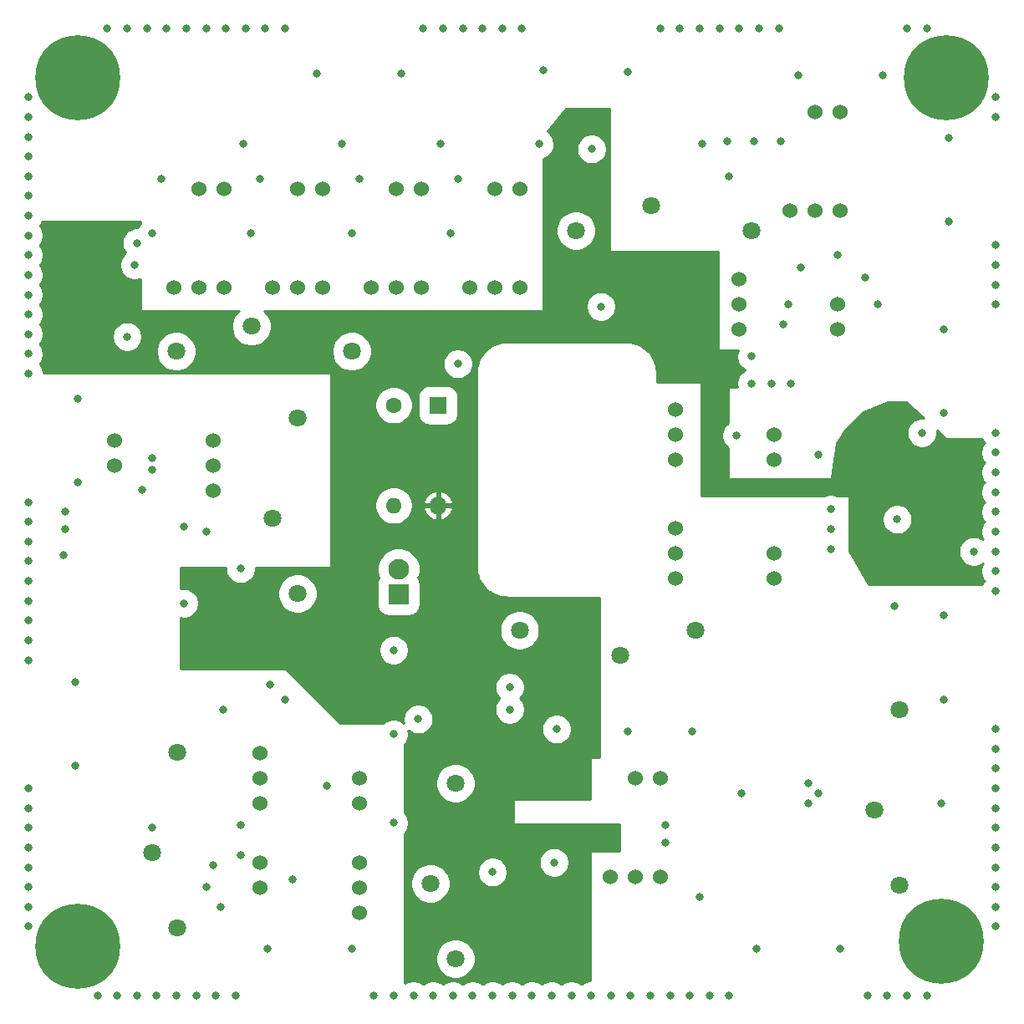
<source format=gbr>
G04 #@! TF.GenerationSoftware,KiCad,Pcbnew,5.1.6-c6e7f7d~86~ubuntu18.04.1*
G04 #@! TF.CreationDate,2020-05-28T18:44:08+01:00*
G04 #@! TF.ProjectId,multi-smtpa,6d756c74-692d-4736-9d74-70612e6b6963,rev?*
G04 #@! TF.SameCoordinates,Original*
G04 #@! TF.FileFunction,Copper,L3,Inr*
G04 #@! TF.FilePolarity,Positive*
%FSLAX46Y46*%
G04 Gerber Fmt 4.6, Leading zero omitted, Abs format (unit mm)*
G04 Created by KiCad (PCBNEW 5.1.6-c6e7f7d~86~ubuntu18.04.1) date 2020-05-28 18:44:08*
%MOMM*%
%LPD*%
G01*
G04 APERTURE LIST*
G04 #@! TA.AperFunction,ViaPad*
%ADD10C,1.524000*%
G04 #@! TD*
G04 #@! TA.AperFunction,ViaPad*
%ADD11C,0.900000*%
G04 #@! TD*
G04 #@! TA.AperFunction,ViaPad*
%ADD12C,8.600000*%
G04 #@! TD*
G04 #@! TA.AperFunction,ViaPad*
%ADD13C,1.800000*%
G04 #@! TD*
G04 #@! TA.AperFunction,ViaPad*
%ADD14C,2.100000*%
G04 #@! TD*
G04 #@! TA.AperFunction,ViaPad*
%ADD15R,2.100000X2.100000*%
G04 #@! TD*
G04 #@! TA.AperFunction,ViaPad*
%ADD16O,1.600000X1.600000*%
G04 #@! TD*
G04 #@! TA.AperFunction,ViaPad*
%ADD17C,1.600000*%
G04 #@! TD*
G04 #@! TA.AperFunction,ViaPad*
%ADD18O,1.800000X1.800000*%
G04 #@! TD*
G04 #@! TA.AperFunction,ViaPad*
%ADD19R,1.800000X1.800000*%
G04 #@! TD*
G04 #@! TA.AperFunction,ViaPad*
%ADD20C,0.800000*%
G04 #@! TD*
G04 #@! TA.AperFunction,Conductor*
%ADD21C,0.254000*%
G04 #@! TD*
G04 APERTURE END LIST*
D10*
X183000000Y-81540000D03*
X183000000Y-79000000D03*
X173000000Y-81540000D03*
X173000000Y-79000000D03*
X173000000Y-76460000D03*
D11*
X108280419Y-53719581D03*
X106000000Y-52775000D03*
X103719581Y-53719581D03*
X102775000Y-56000000D03*
X103719581Y-58280419D03*
X106000000Y-59225000D03*
X108280419Y-58280419D03*
X109225000Y-56000000D03*
D12*
X106000000Y-56000000D03*
D11*
X196280419Y-53719581D03*
X194000000Y-52775000D03*
X191719581Y-53719581D03*
X190775000Y-56000000D03*
X191719581Y-58280419D03*
X194000000Y-59225000D03*
X196280419Y-58280419D03*
X197225000Y-56000000D03*
D12*
X194000000Y-56000000D03*
D11*
X108280419Y-141719581D03*
X106000000Y-140775000D03*
X103719581Y-141719581D03*
X102775000Y-144000000D03*
X103719581Y-146280419D03*
X106000000Y-147225000D03*
X108280419Y-146280419D03*
X109225000Y-144000000D03*
D12*
X106000000Y-144000000D03*
D11*
X195780419Y-141219581D03*
X193500000Y-140275000D03*
X191219581Y-141219581D03*
X190275000Y-143500000D03*
X191219581Y-145780419D03*
X193500000Y-146725000D03*
X195780419Y-145780419D03*
X196725000Y-143500000D03*
D12*
X193500000Y-143500000D03*
D13*
X133750000Y-83750000D03*
X123590000Y-81210000D03*
X115970000Y-83750000D03*
D10*
X115710000Y-77250000D03*
X118250000Y-77250000D03*
X120790000Y-77250000D03*
X118250000Y-67250000D03*
X120790000Y-67250000D03*
X135710000Y-77250000D03*
X138250000Y-77250000D03*
X140790000Y-77250000D03*
X138250000Y-67250000D03*
X140790000Y-67250000D03*
X125710000Y-77250000D03*
X128250000Y-77250000D03*
X130790000Y-77250000D03*
X128250000Y-67250000D03*
X130790000Y-67250000D03*
X145710000Y-77250000D03*
X148250000Y-77250000D03*
X150790000Y-77250000D03*
X148250000Y-67250000D03*
X150790000Y-67250000D03*
X166515000Y-101670000D03*
X166515000Y-104210000D03*
X166515000Y-106750000D03*
X176515000Y-104210000D03*
X176515000Y-106750000D03*
X166515000Y-89655000D03*
X166515000Y-92195000D03*
X166515000Y-94735000D03*
X176515000Y-92195000D03*
X176515000Y-94735000D03*
X134500000Y-140580000D03*
X134500000Y-138040000D03*
X134500000Y-135500000D03*
X124500000Y-138040000D03*
X124500000Y-135500000D03*
X178170000Y-69500000D03*
X180710000Y-69500000D03*
X183250000Y-69500000D03*
X180710000Y-59500000D03*
X183250000Y-59500000D03*
X159960000Y-137000000D03*
X162500000Y-137000000D03*
X165040000Y-137000000D03*
X162500000Y-127000000D03*
X165040000Y-127000000D03*
X124500000Y-124420000D03*
X124500000Y-126960000D03*
X124500000Y-129500000D03*
X134500000Y-126960000D03*
X134500000Y-129500000D03*
X119750000Y-97830000D03*
X119750000Y-95290000D03*
X119750000Y-92750000D03*
X109750000Y-95290000D03*
X109750000Y-92750000D03*
D13*
X189250000Y-120000000D03*
X186710000Y-130160000D03*
X189250000Y-137780000D03*
X144250000Y-127470000D03*
X141710000Y-137630000D03*
X144250000Y-145250000D03*
X174250000Y-71500000D03*
X164090000Y-68960000D03*
X156470000Y-71500000D03*
X150750000Y-112000000D03*
X160910000Y-114540000D03*
X168530000Y-112000000D03*
X116040000Y-124340000D03*
X113500000Y-134500000D03*
X116040000Y-142120000D03*
X128250000Y-90500000D03*
X125710000Y-100660000D03*
X128250000Y-108280000D03*
D14*
X138500000Y-105810000D03*
D15*
X138500000Y-108350000D03*
D16*
X138000000Y-99350000D03*
D17*
X138000000Y-89190000D03*
D18*
X142500000Y-99350000D03*
D19*
X142500000Y-89190000D03*
D20*
X142000000Y-149000000D03*
X169000000Y-139000000D03*
X165500000Y-133500000D03*
X165500000Y-131750000D03*
X168250000Y-122250000D03*
X161750000Y-122250000D03*
X180000000Y-127500000D03*
X181000000Y-128500000D03*
X180000000Y-129500000D03*
X173250000Y-128500000D03*
X174750000Y-144250000D03*
X183250000Y-144250000D03*
X125250000Y-144250000D03*
X133750000Y-144250000D03*
X120500000Y-140000000D03*
X105750000Y-125750000D03*
X105750000Y-117250000D03*
X106000000Y-97000000D03*
X106000000Y-88500000D03*
X179000000Y-55750000D03*
X187500000Y-55750000D03*
X149750000Y-117750000D03*
X154500000Y-122000000D03*
X149750000Y-120000000D03*
X154250000Y-135500000D03*
X148000000Y-136500000D03*
X125500000Y-117500000D03*
X140500000Y-121000000D03*
X138000000Y-122500000D03*
X138000000Y-114000000D03*
X138000000Y-131500000D03*
X122500000Y-131750000D03*
X122500000Y-134750000D03*
X119000000Y-138000000D03*
X112500000Y-97750000D03*
X104750000Y-100000000D03*
X158050000Y-63250000D03*
X122500000Y-105750000D03*
X172000000Y-66000000D03*
X174500000Y-62500000D03*
X177250000Y-62500000D03*
X171750000Y-62500000D03*
X169250000Y-62750000D03*
X174250000Y-87000000D03*
X176250000Y-87000000D03*
X178250000Y-87000000D03*
X182250000Y-99750000D03*
X182250000Y-101750000D03*
X182250000Y-103750000D03*
X193750000Y-81500000D03*
X193750000Y-90000000D03*
X193750000Y-110500000D03*
X193750000Y-119000000D03*
X188750000Y-109500000D03*
X191500000Y-92000000D03*
X193500000Y-129500000D03*
X112000000Y-72750000D03*
X111750000Y-75000000D03*
X111000000Y-82250000D03*
X122750000Y-62750000D03*
X132750000Y-62750000D03*
X142750000Y-62750000D03*
X152750000Y-62750000D03*
X114500000Y-66250000D03*
X113500000Y-71750000D03*
X144500000Y-66250000D03*
X143750000Y-71750000D03*
X104750000Y-101750000D03*
X104550000Y-104350000D03*
X113550000Y-95750000D03*
X134500000Y-66250000D03*
X133750000Y-71750000D03*
X123500000Y-71750000D03*
X124500000Y-66250000D03*
X113550000Y-94550000D03*
X119000000Y-102000000D03*
X138800000Y-55600000D03*
X130200000Y-55600000D03*
X153200000Y-55300000D03*
X161700000Y-55400000D03*
X181000000Y-94250000D03*
X172750000Y-92250000D03*
X174250000Y-84250000D03*
X177500000Y-81000000D03*
X178000000Y-79000000D03*
X179250000Y-75250000D03*
X183000000Y-74000000D03*
X185750000Y-76250000D03*
X187000000Y-79000000D03*
X159000000Y-79200000D03*
X194200000Y-62100000D03*
X194200000Y-70600000D03*
X144500000Y-85000000D03*
X127750000Y-137250000D03*
X131250000Y-127750000D03*
X140000000Y-149000000D03*
X146000000Y-149000000D03*
X144000000Y-149000000D03*
X152000000Y-149000000D03*
X150000000Y-149000000D03*
X148000000Y-149000000D03*
X154000000Y-149000000D03*
X160000000Y-149000000D03*
X158000000Y-149000000D03*
X162000000Y-149000000D03*
X156000000Y-149000000D03*
X162000000Y-149000000D03*
X166000000Y-149000000D03*
X164000000Y-149000000D03*
X168000000Y-149000000D03*
X170000000Y-149000000D03*
X172000000Y-149000000D03*
X136000000Y-149000000D03*
X138000000Y-149000000D03*
X186000000Y-149000000D03*
X188000000Y-149000000D03*
X190000000Y-149000000D03*
X192000000Y-149000000D03*
X199000000Y-140000000D03*
X199000000Y-142000000D03*
X199000000Y-138000000D03*
X199000000Y-136000000D03*
X199000000Y-134000000D03*
X199000000Y-132000000D03*
X199000000Y-128000000D03*
X199000000Y-130000000D03*
X199000000Y-122000000D03*
X199000000Y-126000000D03*
X199000000Y-124000000D03*
X199000000Y-104000000D03*
X199000000Y-106000000D03*
X199000000Y-108000000D03*
X199000000Y-98000000D03*
X199000000Y-102000000D03*
X199000000Y-100000000D03*
X199000000Y-92000000D03*
X199000000Y-96000000D03*
X199000000Y-94000000D03*
X199000000Y-75000000D03*
X199000000Y-77000000D03*
X199000000Y-79000000D03*
X199000000Y-73000000D03*
X199000000Y-60000000D03*
X199000000Y-58000000D03*
X190000000Y-51000000D03*
X177000000Y-51000000D03*
X175000000Y-51000000D03*
X171000000Y-51000000D03*
X173000000Y-51000000D03*
X165000000Y-51000000D03*
X167000000Y-51000000D03*
X169000000Y-51000000D03*
X151000000Y-51000000D03*
X149000000Y-51000000D03*
X147000000Y-51000000D03*
X145000000Y-51000000D03*
X141000000Y-51000000D03*
X143000000Y-51000000D03*
X127000000Y-51000000D03*
X123000000Y-51000000D03*
X117000000Y-51000000D03*
X119000000Y-51000000D03*
X125000000Y-51000000D03*
X121000000Y-51000000D03*
X113000000Y-51000000D03*
X111000000Y-51000000D03*
X115000000Y-51000000D03*
X109000000Y-51000000D03*
X101000000Y-62000000D03*
X101000000Y-58000000D03*
X101000000Y-66000000D03*
X101000000Y-60000000D03*
X101000000Y-64000000D03*
X101000000Y-72000000D03*
X101000000Y-70000000D03*
X101000000Y-68000000D03*
X101000000Y-76000000D03*
X101000000Y-74000000D03*
X101000000Y-82000000D03*
X101000000Y-80000000D03*
X101000000Y-78000000D03*
X101000000Y-86000000D03*
X101000000Y-84000000D03*
X101000000Y-107000000D03*
X101000000Y-103000000D03*
X101000000Y-101000000D03*
X101000000Y-105000000D03*
X101000000Y-99000000D03*
X101000000Y-111000000D03*
X101000000Y-109000000D03*
X101000000Y-113000000D03*
X101000000Y-115000000D03*
X101000000Y-128000000D03*
X101000000Y-130000000D03*
X101000000Y-132000000D03*
X101000000Y-134000000D03*
X101000000Y-142000000D03*
X101000000Y-136000000D03*
X101000000Y-140000000D03*
X101000000Y-138000000D03*
X114000000Y-149000000D03*
X110000000Y-149000000D03*
X112000000Y-149000000D03*
X108000000Y-149000000D03*
X120000000Y-149000000D03*
X118000000Y-149000000D03*
X122000000Y-149000000D03*
X116000000Y-149000000D03*
X192000000Y-51000000D03*
X127500000Y-114500000D03*
X158500000Y-132500000D03*
X156750000Y-125250000D03*
X156550000Y-60000000D03*
X119000000Y-106500000D03*
X187250000Y-106250000D03*
X107250000Y-72750000D03*
X169975000Y-83275000D03*
X120750000Y-120000000D03*
X119750000Y-135750000D03*
X116750000Y-101500000D03*
X116750000Y-109250000D03*
X113500000Y-132000000D03*
X127000000Y-119000000D03*
X189000000Y-100750000D03*
X196750000Y-104000000D03*
D21*
G36*
X159873000Y-73500000D02*
G01*
X159875440Y-73524776D01*
X159882667Y-73548601D01*
X159894403Y-73570557D01*
X159910197Y-73589803D01*
X159929443Y-73605597D01*
X159951399Y-73617333D01*
X159975224Y-73624560D01*
X160000000Y-73627000D01*
X170873000Y-73627000D01*
X170873000Y-83500000D01*
X170875440Y-83524776D01*
X170882667Y-83548601D01*
X170894403Y-83570557D01*
X170910197Y-83589803D01*
X170929443Y-83605597D01*
X170951399Y-83617333D01*
X170975224Y-83624560D01*
X171000000Y-83627000D01*
X172855242Y-83627000D01*
X172781681Y-83804590D01*
X172723000Y-84099604D01*
X172723000Y-84400396D01*
X172781681Y-84695410D01*
X172896790Y-84973306D01*
X173063901Y-85223406D01*
X173276594Y-85436099D01*
X173526694Y-85603210D01*
X173579299Y-85625000D01*
X173526694Y-85646790D01*
X173276594Y-85813901D01*
X173063901Y-86026594D01*
X172896790Y-86276694D01*
X172781681Y-86554590D01*
X172723000Y-86849604D01*
X172723000Y-87150396D01*
X172767278Y-87373000D01*
X172000000Y-87373000D01*
X171975224Y-87375440D01*
X171951399Y-87382667D01*
X171929443Y-87394403D01*
X171910197Y-87410197D01*
X171894403Y-87429443D01*
X171882667Y-87451399D01*
X171875440Y-87475224D01*
X171873000Y-87500000D01*
X171873000Y-90999485D01*
X171776594Y-91063901D01*
X171563901Y-91276594D01*
X171396790Y-91526694D01*
X171281681Y-91804590D01*
X171223000Y-92099604D01*
X171223000Y-92400396D01*
X171281681Y-92695410D01*
X171396790Y-92973306D01*
X171563901Y-93223406D01*
X171776594Y-93436099D01*
X171873000Y-93500515D01*
X171873000Y-96500000D01*
X171875440Y-96524776D01*
X171882667Y-96548601D01*
X171894403Y-96570557D01*
X171910197Y-96589803D01*
X171929443Y-96605597D01*
X171951399Y-96617333D01*
X171975224Y-96624560D01*
X172000000Y-96627000D01*
X182250000Y-96627000D01*
X182281519Y-96623027D01*
X182304915Y-96614514D01*
X182326200Y-96601600D01*
X182344557Y-96584782D01*
X182359280Y-96564706D01*
X182369804Y-96542143D01*
X182375724Y-96517961D01*
X182872097Y-93043349D01*
X183600858Y-91828749D01*
X185571370Y-89858236D01*
X188024460Y-88877000D01*
X189949778Y-88877000D01*
X191652658Y-90473450D01*
X191650396Y-90473000D01*
X191349604Y-90473000D01*
X191054590Y-90531681D01*
X190776694Y-90646790D01*
X190526594Y-90813901D01*
X190313901Y-91026594D01*
X190146790Y-91276694D01*
X190031681Y-91554590D01*
X189973000Y-91849604D01*
X189973000Y-92150396D01*
X190031681Y-92445410D01*
X190146790Y-92723306D01*
X190313901Y-92973406D01*
X190526594Y-93186099D01*
X190776694Y-93353210D01*
X191054590Y-93468319D01*
X191349604Y-93527000D01*
X191650396Y-93527000D01*
X191945410Y-93468319D01*
X192223306Y-93353210D01*
X192473406Y-93186099D01*
X192686099Y-92973406D01*
X192853210Y-92723306D01*
X192968319Y-92445410D01*
X193027000Y-92150396D01*
X193027000Y-91849604D01*
X193005555Y-91741791D01*
X193913139Y-92592651D01*
X193929443Y-92605597D01*
X193951399Y-92617333D01*
X193975224Y-92624560D01*
X194000000Y-92627000D01*
X197606899Y-92627000D01*
X197646790Y-92723306D01*
X197813901Y-92973406D01*
X197840495Y-93000000D01*
X197813901Y-93026594D01*
X197646790Y-93276694D01*
X197531681Y-93554590D01*
X197473000Y-93849604D01*
X197473000Y-94150396D01*
X197531681Y-94445410D01*
X197646790Y-94723306D01*
X197813901Y-94973406D01*
X197840495Y-95000000D01*
X197813901Y-95026594D01*
X197646790Y-95276694D01*
X197531681Y-95554590D01*
X197473000Y-95849604D01*
X197473000Y-96150396D01*
X197531681Y-96445410D01*
X197646790Y-96723306D01*
X197813901Y-96973406D01*
X197840495Y-97000000D01*
X197813901Y-97026594D01*
X197646790Y-97276694D01*
X197531681Y-97554590D01*
X197473000Y-97849604D01*
X197473000Y-98150396D01*
X197531681Y-98445410D01*
X197646790Y-98723306D01*
X197813901Y-98973406D01*
X197840495Y-99000000D01*
X197813901Y-99026594D01*
X197646790Y-99276694D01*
X197531681Y-99554590D01*
X197473000Y-99849604D01*
X197473000Y-100150396D01*
X197531681Y-100445410D01*
X197646790Y-100723306D01*
X197813901Y-100973406D01*
X197840495Y-101000000D01*
X197813901Y-101026594D01*
X197646790Y-101276694D01*
X197531681Y-101554590D01*
X197473000Y-101849604D01*
X197473000Y-102150396D01*
X197531681Y-102445410D01*
X197646790Y-102723306D01*
X197694352Y-102794488D01*
X197473306Y-102646790D01*
X197195410Y-102531681D01*
X196900396Y-102473000D01*
X196599604Y-102473000D01*
X196304590Y-102531681D01*
X196026694Y-102646790D01*
X195776594Y-102813901D01*
X195563901Y-103026594D01*
X195396790Y-103276694D01*
X195281681Y-103554590D01*
X195223000Y-103849604D01*
X195223000Y-104150396D01*
X195281681Y-104445410D01*
X195396790Y-104723306D01*
X195563901Y-104973406D01*
X195776594Y-105186099D01*
X196026694Y-105353210D01*
X196304590Y-105468319D01*
X196599604Y-105527000D01*
X196900396Y-105527000D01*
X197195410Y-105468319D01*
X197473306Y-105353210D01*
X197694352Y-105205512D01*
X197646790Y-105276694D01*
X197531681Y-105554590D01*
X197473000Y-105849604D01*
X197473000Y-106150396D01*
X197531681Y-106445410D01*
X197646790Y-106723306D01*
X197813901Y-106973406D01*
X197840495Y-107000000D01*
X197813901Y-107026594D01*
X197646790Y-107276694D01*
X197606899Y-107373000D01*
X186073701Y-107373000D01*
X184127000Y-103966273D01*
X184127000Y-100599604D01*
X187473000Y-100599604D01*
X187473000Y-100900396D01*
X187531681Y-101195410D01*
X187646790Y-101473306D01*
X187813901Y-101723406D01*
X188026594Y-101936099D01*
X188276694Y-102103210D01*
X188554590Y-102218319D01*
X188849604Y-102277000D01*
X189150396Y-102277000D01*
X189445410Y-102218319D01*
X189723306Y-102103210D01*
X189973406Y-101936099D01*
X190186099Y-101723406D01*
X190353210Y-101473306D01*
X190468319Y-101195410D01*
X190527000Y-100900396D01*
X190527000Y-100599604D01*
X190468319Y-100304590D01*
X190353210Y-100026694D01*
X190186099Y-99776594D01*
X189973406Y-99563901D01*
X189723306Y-99396790D01*
X189445410Y-99281681D01*
X189150396Y-99223000D01*
X188849604Y-99223000D01*
X188554590Y-99281681D01*
X188276694Y-99396790D01*
X188026594Y-99563901D01*
X187813901Y-99776594D01*
X187646790Y-100026694D01*
X187531681Y-100304590D01*
X187473000Y-100599604D01*
X184127000Y-100599604D01*
X184127000Y-98500000D01*
X184124560Y-98475224D01*
X184117333Y-98451399D01*
X184105597Y-98429443D01*
X184089803Y-98410197D01*
X184070557Y-98394403D01*
X184048601Y-98382667D01*
X184024776Y-98375440D01*
X184000000Y-98373000D01*
X182915872Y-98373000D01*
X182695410Y-98281681D01*
X182400396Y-98223000D01*
X182099604Y-98223000D01*
X181804590Y-98281681D01*
X181584128Y-98373000D01*
X169127000Y-98373000D01*
X169127000Y-87000000D01*
X169124560Y-86975224D01*
X169117333Y-86951399D01*
X169105597Y-86929443D01*
X169089803Y-86910197D01*
X169070557Y-86894403D01*
X169048601Y-86882667D01*
X169024776Y-86875440D01*
X169000000Y-86873000D01*
X164652000Y-86873000D01*
X164652000Y-85843405D01*
X164647124Y-85793900D01*
X164647210Y-85781627D01*
X164645640Y-85765619D01*
X164604839Y-85377426D01*
X164583853Y-85275190D01*
X164564280Y-85172586D01*
X164559631Y-85157188D01*
X164444207Y-84784314D01*
X164403756Y-84688084D01*
X164364633Y-84591252D01*
X164357082Y-84577051D01*
X164171431Y-84233696D01*
X164113036Y-84147122D01*
X164055871Y-84059764D01*
X164045705Y-84047300D01*
X163796898Y-83746545D01*
X163722813Y-83672976D01*
X163649759Y-83598375D01*
X163637366Y-83588123D01*
X163334881Y-83341422D01*
X163247926Y-83283650D01*
X163161764Y-83224653D01*
X163147615Y-83217003D01*
X162802974Y-83033753D01*
X162706451Y-82993969D01*
X162610470Y-82952832D01*
X162595105Y-82948076D01*
X162221433Y-82835258D01*
X162119024Y-82814980D01*
X162016882Y-82793269D01*
X162000885Y-82791588D01*
X161612889Y-82753544D01*
X161556595Y-82748000D01*
X149443405Y-82748000D01*
X149393900Y-82752876D01*
X149381627Y-82752790D01*
X149365619Y-82754360D01*
X148977426Y-82795161D01*
X148875190Y-82816147D01*
X148772586Y-82835720D01*
X148757188Y-82840369D01*
X148384314Y-82955793D01*
X148288084Y-82996244D01*
X148191252Y-83035367D01*
X148177051Y-83042918D01*
X147833696Y-83228569D01*
X147747122Y-83286964D01*
X147659764Y-83344129D01*
X147647300Y-83354295D01*
X147346545Y-83603102D01*
X147272976Y-83677187D01*
X147198375Y-83750241D01*
X147188123Y-83762634D01*
X146941422Y-84065119D01*
X146883650Y-84152074D01*
X146824653Y-84238236D01*
X146817003Y-84252385D01*
X146633753Y-84597026D01*
X146593969Y-84693549D01*
X146552832Y-84789530D01*
X146548076Y-84804895D01*
X146435258Y-85178567D01*
X146414980Y-85280976D01*
X146393269Y-85383118D01*
X146391588Y-85399115D01*
X146353522Y-85787335D01*
X146348000Y-85843406D01*
X146348001Y-105556595D01*
X146352876Y-105606090D01*
X146352790Y-105618373D01*
X146354360Y-105634381D01*
X146395161Y-106022573D01*
X146416146Y-106124803D01*
X146435720Y-106227414D01*
X146440369Y-106242811D01*
X146555793Y-106615686D01*
X146596244Y-106711916D01*
X146635367Y-106808748D01*
X146642918Y-106822949D01*
X146828569Y-107166304D01*
X146886949Y-107252855D01*
X146944129Y-107340236D01*
X146954295Y-107352700D01*
X147203102Y-107653455D01*
X147277187Y-107727024D01*
X147350240Y-107801624D01*
X147362634Y-107811877D01*
X147665119Y-108058577D01*
X147752070Y-108116348D01*
X147838236Y-108175347D01*
X147852384Y-108182997D01*
X148197026Y-108366247D01*
X148293549Y-108406031D01*
X148389530Y-108447168D01*
X148404895Y-108451924D01*
X148778567Y-108564742D01*
X148880976Y-108585020D01*
X148983118Y-108606731D01*
X148999115Y-108608412D01*
X149387111Y-108646456D01*
X149443405Y-108652000D01*
X158873000Y-108652000D01*
X158873000Y-124873000D01*
X158000000Y-124873000D01*
X157975224Y-124875440D01*
X157951399Y-124882667D01*
X157929443Y-124894403D01*
X157910197Y-124910197D01*
X157894403Y-124929443D01*
X157882667Y-124951399D01*
X157875440Y-124975224D01*
X157873000Y-125000000D01*
X157873000Y-129123000D01*
X150250000Y-129123000D01*
X150225224Y-129125440D01*
X150201399Y-129132667D01*
X150179443Y-129144403D01*
X150160197Y-129160197D01*
X150144403Y-129179443D01*
X150132667Y-129201399D01*
X150125440Y-129225224D01*
X150123000Y-129250000D01*
X150123000Y-131500000D01*
X150125440Y-131524776D01*
X150132667Y-131548601D01*
X150144403Y-131570557D01*
X150160197Y-131589803D01*
X150179443Y-131605597D01*
X150201399Y-131617333D01*
X150225224Y-131624560D01*
X150250000Y-131627000D01*
X160873000Y-131627000D01*
X160873000Y-134373000D01*
X158000000Y-134373000D01*
X157975224Y-134375440D01*
X157951399Y-134382667D01*
X157929443Y-134394403D01*
X157910197Y-134410197D01*
X157894403Y-134429443D01*
X157882667Y-134451399D01*
X157875440Y-134475224D01*
X157873000Y-134500000D01*
X157873000Y-147473000D01*
X157849604Y-147473000D01*
X157554590Y-147531681D01*
X157276694Y-147646790D01*
X157026594Y-147813901D01*
X157000000Y-147840495D01*
X156973406Y-147813901D01*
X156723306Y-147646790D01*
X156445410Y-147531681D01*
X156150396Y-147473000D01*
X155849604Y-147473000D01*
X155554590Y-147531681D01*
X155276694Y-147646790D01*
X155026594Y-147813901D01*
X155000000Y-147840495D01*
X154973406Y-147813901D01*
X154723306Y-147646790D01*
X154445410Y-147531681D01*
X154150396Y-147473000D01*
X153849604Y-147473000D01*
X153554590Y-147531681D01*
X153276694Y-147646790D01*
X153026594Y-147813901D01*
X153000000Y-147840495D01*
X152973406Y-147813901D01*
X152723306Y-147646790D01*
X152445410Y-147531681D01*
X152150396Y-147473000D01*
X151849604Y-147473000D01*
X151554590Y-147531681D01*
X151276694Y-147646790D01*
X151026594Y-147813901D01*
X151000000Y-147840495D01*
X150973406Y-147813901D01*
X150723306Y-147646790D01*
X150445410Y-147531681D01*
X150150396Y-147473000D01*
X149849604Y-147473000D01*
X149554590Y-147531681D01*
X149276694Y-147646790D01*
X149026594Y-147813901D01*
X149000000Y-147840495D01*
X148973406Y-147813901D01*
X148723306Y-147646790D01*
X148445410Y-147531681D01*
X148150396Y-147473000D01*
X147849604Y-147473000D01*
X147554590Y-147531681D01*
X147276694Y-147646790D01*
X147026594Y-147813901D01*
X147000000Y-147840495D01*
X146973406Y-147813901D01*
X146723306Y-147646790D01*
X146445410Y-147531681D01*
X146150396Y-147473000D01*
X145849604Y-147473000D01*
X145554590Y-147531681D01*
X145276694Y-147646790D01*
X145026594Y-147813901D01*
X145000000Y-147840495D01*
X144973406Y-147813901D01*
X144723306Y-147646790D01*
X144445410Y-147531681D01*
X144150396Y-147473000D01*
X143849604Y-147473000D01*
X143554590Y-147531681D01*
X143276694Y-147646790D01*
X143026594Y-147813901D01*
X143000000Y-147840495D01*
X142973406Y-147813901D01*
X142723306Y-147646790D01*
X142445410Y-147531681D01*
X142150396Y-147473000D01*
X141849604Y-147473000D01*
X141554590Y-147531681D01*
X141276694Y-147646790D01*
X141026594Y-147813901D01*
X141000000Y-147840495D01*
X140973406Y-147813901D01*
X140723306Y-147646790D01*
X140445410Y-147531681D01*
X140150396Y-147473000D01*
X139849604Y-147473000D01*
X139554590Y-147531681D01*
X139276694Y-147646790D01*
X139127000Y-147746812D01*
X139127000Y-145050358D01*
X142223000Y-145050358D01*
X142223000Y-145449642D01*
X142300896Y-145841254D01*
X142453696Y-146210145D01*
X142675526Y-146542137D01*
X142957863Y-146824474D01*
X143289855Y-147046304D01*
X143658746Y-147199104D01*
X144050358Y-147277000D01*
X144449642Y-147277000D01*
X144841254Y-147199104D01*
X145210145Y-147046304D01*
X145542137Y-146824474D01*
X145824474Y-146542137D01*
X146046304Y-146210145D01*
X146199104Y-145841254D01*
X146277000Y-145449642D01*
X146277000Y-145050358D01*
X146199104Y-144658746D01*
X146046304Y-144289855D01*
X145824474Y-143957863D01*
X145542137Y-143675526D01*
X145210145Y-143453696D01*
X144841254Y-143300896D01*
X144449642Y-143223000D01*
X144050358Y-143223000D01*
X143658746Y-143300896D01*
X143289855Y-143453696D01*
X142957863Y-143675526D01*
X142675526Y-143957863D01*
X142453696Y-144289855D01*
X142300896Y-144658746D01*
X142223000Y-145050358D01*
X139127000Y-145050358D01*
X139127000Y-137430358D01*
X139683000Y-137430358D01*
X139683000Y-137829642D01*
X139760896Y-138221254D01*
X139913696Y-138590145D01*
X140135526Y-138922137D01*
X140417863Y-139204474D01*
X140749855Y-139426304D01*
X141118746Y-139579104D01*
X141510358Y-139657000D01*
X141909642Y-139657000D01*
X142301254Y-139579104D01*
X142670145Y-139426304D01*
X143002137Y-139204474D01*
X143284474Y-138922137D01*
X143506304Y-138590145D01*
X143659104Y-138221254D01*
X143737000Y-137829642D01*
X143737000Y-137430358D01*
X143659104Y-137038746D01*
X143506304Y-136669855D01*
X143292320Y-136349604D01*
X146473000Y-136349604D01*
X146473000Y-136650396D01*
X146531681Y-136945410D01*
X146646790Y-137223306D01*
X146813901Y-137473406D01*
X147026594Y-137686099D01*
X147276694Y-137853210D01*
X147554590Y-137968319D01*
X147849604Y-138027000D01*
X148150396Y-138027000D01*
X148445410Y-137968319D01*
X148723306Y-137853210D01*
X148973406Y-137686099D01*
X149186099Y-137473406D01*
X149353210Y-137223306D01*
X149468319Y-136945410D01*
X149527000Y-136650396D01*
X149527000Y-136349604D01*
X149468319Y-136054590D01*
X149353210Y-135776694D01*
X149186099Y-135526594D01*
X149009109Y-135349604D01*
X152723000Y-135349604D01*
X152723000Y-135650396D01*
X152781681Y-135945410D01*
X152896790Y-136223306D01*
X153063901Y-136473406D01*
X153276594Y-136686099D01*
X153526694Y-136853210D01*
X153804590Y-136968319D01*
X154099604Y-137027000D01*
X154400396Y-137027000D01*
X154695410Y-136968319D01*
X154973306Y-136853210D01*
X155223406Y-136686099D01*
X155436099Y-136473406D01*
X155603210Y-136223306D01*
X155718319Y-135945410D01*
X155777000Y-135650396D01*
X155777000Y-135349604D01*
X155718319Y-135054590D01*
X155603210Y-134776694D01*
X155436099Y-134526594D01*
X155223406Y-134313901D01*
X154973306Y-134146790D01*
X154695410Y-134031681D01*
X154400396Y-133973000D01*
X154099604Y-133973000D01*
X153804590Y-134031681D01*
X153526694Y-134146790D01*
X153276594Y-134313901D01*
X153063901Y-134526594D01*
X152896790Y-134776694D01*
X152781681Y-135054590D01*
X152723000Y-135349604D01*
X149009109Y-135349604D01*
X148973406Y-135313901D01*
X148723306Y-135146790D01*
X148445410Y-135031681D01*
X148150396Y-134973000D01*
X147849604Y-134973000D01*
X147554590Y-135031681D01*
X147276694Y-135146790D01*
X147026594Y-135313901D01*
X146813901Y-135526594D01*
X146646790Y-135776694D01*
X146531681Y-136054590D01*
X146473000Y-136349604D01*
X143292320Y-136349604D01*
X143284474Y-136337863D01*
X143002137Y-136055526D01*
X142670145Y-135833696D01*
X142301254Y-135680896D01*
X141909642Y-135603000D01*
X141510358Y-135603000D01*
X141118746Y-135680896D01*
X140749855Y-135833696D01*
X140417863Y-136055526D01*
X140135526Y-136337863D01*
X139913696Y-136669855D01*
X139760896Y-137038746D01*
X139683000Y-137430358D01*
X139127000Y-137430358D01*
X139127000Y-132532505D01*
X139186099Y-132473406D01*
X139353210Y-132223306D01*
X139468319Y-131945410D01*
X139527000Y-131650396D01*
X139527000Y-131349604D01*
X139468319Y-131054590D01*
X139353210Y-130776694D01*
X139186099Y-130526594D01*
X139127000Y-130467495D01*
X139127000Y-127270358D01*
X142223000Y-127270358D01*
X142223000Y-127669642D01*
X142300896Y-128061254D01*
X142453696Y-128430145D01*
X142675526Y-128762137D01*
X142957863Y-129044474D01*
X143289855Y-129266304D01*
X143658746Y-129419104D01*
X144050358Y-129497000D01*
X144449642Y-129497000D01*
X144841254Y-129419104D01*
X145210145Y-129266304D01*
X145542137Y-129044474D01*
X145824474Y-128762137D01*
X146046304Y-128430145D01*
X146199104Y-128061254D01*
X146277000Y-127669642D01*
X146277000Y-127270358D01*
X146199104Y-126878746D01*
X146046304Y-126509855D01*
X145824474Y-126177863D01*
X145542137Y-125895526D01*
X145210145Y-125673696D01*
X144841254Y-125520896D01*
X144449642Y-125443000D01*
X144050358Y-125443000D01*
X143658746Y-125520896D01*
X143289855Y-125673696D01*
X142957863Y-125895526D01*
X142675526Y-126177863D01*
X142453696Y-126509855D01*
X142300896Y-126878746D01*
X142223000Y-127270358D01*
X139127000Y-127270358D01*
X139127000Y-123532505D01*
X139186099Y-123473406D01*
X139353210Y-123223306D01*
X139468319Y-122945410D01*
X139527000Y-122650396D01*
X139527000Y-122349604D01*
X139486503Y-122146008D01*
X139526594Y-122186099D01*
X139776694Y-122353210D01*
X140054590Y-122468319D01*
X140349604Y-122527000D01*
X140650396Y-122527000D01*
X140945410Y-122468319D01*
X141223306Y-122353210D01*
X141473406Y-122186099D01*
X141686099Y-121973406D01*
X141768820Y-121849604D01*
X152973000Y-121849604D01*
X152973000Y-122150396D01*
X153031681Y-122445410D01*
X153146790Y-122723306D01*
X153313901Y-122973406D01*
X153526594Y-123186099D01*
X153776694Y-123353210D01*
X154054590Y-123468319D01*
X154349604Y-123527000D01*
X154650396Y-123527000D01*
X154945410Y-123468319D01*
X155223306Y-123353210D01*
X155473406Y-123186099D01*
X155686099Y-122973406D01*
X155853210Y-122723306D01*
X155968319Y-122445410D01*
X156027000Y-122150396D01*
X156027000Y-121849604D01*
X155968319Y-121554590D01*
X155853210Y-121276694D01*
X155686099Y-121026594D01*
X155473406Y-120813901D01*
X155223306Y-120646790D01*
X154945410Y-120531681D01*
X154650396Y-120473000D01*
X154349604Y-120473000D01*
X154054590Y-120531681D01*
X153776694Y-120646790D01*
X153526594Y-120813901D01*
X153313901Y-121026594D01*
X153146790Y-121276694D01*
X153031681Y-121554590D01*
X152973000Y-121849604D01*
X141768820Y-121849604D01*
X141853210Y-121723306D01*
X141968319Y-121445410D01*
X142027000Y-121150396D01*
X142027000Y-120849604D01*
X141968319Y-120554590D01*
X141853210Y-120276694D01*
X141686099Y-120026594D01*
X141473406Y-119813901D01*
X141223306Y-119646790D01*
X140945410Y-119531681D01*
X140650396Y-119473000D01*
X140349604Y-119473000D01*
X140054590Y-119531681D01*
X139776694Y-119646790D01*
X139526594Y-119813901D01*
X139313901Y-120026594D01*
X139146790Y-120276694D01*
X139031681Y-120554590D01*
X138973000Y-120849604D01*
X138973000Y-121150396D01*
X139013497Y-121353992D01*
X138973406Y-121313901D01*
X138723306Y-121146790D01*
X138445410Y-121031681D01*
X138150396Y-120973000D01*
X137849604Y-120973000D01*
X137554590Y-121031681D01*
X137276694Y-121146790D01*
X137026594Y-121313901D01*
X136967495Y-121373000D01*
X132552606Y-121373000D01*
X128779210Y-117599604D01*
X148223000Y-117599604D01*
X148223000Y-117900396D01*
X148281681Y-118195410D01*
X148396790Y-118473306D01*
X148563901Y-118723406D01*
X148715495Y-118875000D01*
X148563901Y-119026594D01*
X148396790Y-119276694D01*
X148281681Y-119554590D01*
X148223000Y-119849604D01*
X148223000Y-120150396D01*
X148281681Y-120445410D01*
X148396790Y-120723306D01*
X148563901Y-120973406D01*
X148776594Y-121186099D01*
X149026694Y-121353210D01*
X149304590Y-121468319D01*
X149599604Y-121527000D01*
X149900396Y-121527000D01*
X150195410Y-121468319D01*
X150473306Y-121353210D01*
X150723406Y-121186099D01*
X150936099Y-120973406D01*
X151103210Y-120723306D01*
X151218319Y-120445410D01*
X151277000Y-120150396D01*
X151277000Y-119849604D01*
X151218319Y-119554590D01*
X151103210Y-119276694D01*
X150936099Y-119026594D01*
X150784505Y-118875000D01*
X150936099Y-118723406D01*
X151103210Y-118473306D01*
X151218319Y-118195410D01*
X151277000Y-117900396D01*
X151277000Y-117599604D01*
X151218319Y-117304590D01*
X151103210Y-117026694D01*
X150936099Y-116776594D01*
X150723406Y-116563901D01*
X150473306Y-116396790D01*
X150195410Y-116281681D01*
X149900396Y-116223000D01*
X149599604Y-116223000D01*
X149304590Y-116281681D01*
X149026694Y-116396790D01*
X148776594Y-116563901D01*
X148563901Y-116776594D01*
X148396790Y-117026694D01*
X148281681Y-117304590D01*
X148223000Y-117599604D01*
X128779210Y-117599604D01*
X127089803Y-115910197D01*
X127070557Y-115894403D01*
X127048601Y-115882667D01*
X127024776Y-115875440D01*
X127000000Y-115873000D01*
X116377000Y-115873000D01*
X116377000Y-113849604D01*
X136473000Y-113849604D01*
X136473000Y-114150396D01*
X136531681Y-114445410D01*
X136646790Y-114723306D01*
X136813901Y-114973406D01*
X137026594Y-115186099D01*
X137276694Y-115353210D01*
X137554590Y-115468319D01*
X137849604Y-115527000D01*
X138150396Y-115527000D01*
X138445410Y-115468319D01*
X138723306Y-115353210D01*
X138973406Y-115186099D01*
X139186099Y-114973406D01*
X139353210Y-114723306D01*
X139468319Y-114445410D01*
X139527000Y-114150396D01*
X139527000Y-113849604D01*
X139468319Y-113554590D01*
X139353210Y-113276694D01*
X139186099Y-113026594D01*
X138973406Y-112813901D01*
X138723306Y-112646790D01*
X138445410Y-112531681D01*
X138150396Y-112473000D01*
X137849604Y-112473000D01*
X137554590Y-112531681D01*
X137276694Y-112646790D01*
X137026594Y-112813901D01*
X136813901Y-113026594D01*
X136646790Y-113276694D01*
X136531681Y-113554590D01*
X136473000Y-113849604D01*
X116377000Y-113849604D01*
X116377000Y-111800358D01*
X148723000Y-111800358D01*
X148723000Y-112199642D01*
X148800896Y-112591254D01*
X148953696Y-112960145D01*
X149175526Y-113292137D01*
X149457863Y-113574474D01*
X149789855Y-113796304D01*
X150158746Y-113949104D01*
X150550358Y-114027000D01*
X150949642Y-114027000D01*
X151341254Y-113949104D01*
X151710145Y-113796304D01*
X152042137Y-113574474D01*
X152324474Y-113292137D01*
X152546304Y-112960145D01*
X152699104Y-112591254D01*
X152777000Y-112199642D01*
X152777000Y-111800358D01*
X152699104Y-111408746D01*
X152546304Y-111039855D01*
X152324474Y-110707863D01*
X152042137Y-110425526D01*
X151710145Y-110203696D01*
X151341254Y-110050896D01*
X150949642Y-109973000D01*
X150550358Y-109973000D01*
X150158746Y-110050896D01*
X149789855Y-110203696D01*
X149457863Y-110425526D01*
X149175526Y-110707863D01*
X148953696Y-111039855D01*
X148800896Y-111408746D01*
X148723000Y-111800358D01*
X116377000Y-111800358D01*
X116377000Y-110732722D01*
X116599604Y-110777000D01*
X116900396Y-110777000D01*
X117195410Y-110718319D01*
X117473306Y-110603210D01*
X117723406Y-110436099D01*
X117936099Y-110223406D01*
X118103210Y-109973306D01*
X118218319Y-109695410D01*
X118277000Y-109400396D01*
X118277000Y-109099604D01*
X118218319Y-108804590D01*
X118103210Y-108526694D01*
X117936099Y-108276594D01*
X117739863Y-108080358D01*
X126223000Y-108080358D01*
X126223000Y-108479642D01*
X126300896Y-108871254D01*
X126453696Y-109240145D01*
X126675526Y-109572137D01*
X126957863Y-109854474D01*
X127289855Y-110076304D01*
X127658746Y-110229104D01*
X128050358Y-110307000D01*
X128449642Y-110307000D01*
X128841254Y-110229104D01*
X129210145Y-110076304D01*
X129542137Y-109854474D01*
X129824474Y-109572137D01*
X130046304Y-109240145D01*
X130199104Y-108871254D01*
X130277000Y-108479642D01*
X130277000Y-108080358D01*
X130199104Y-107688746D01*
X130046304Y-107319855D01*
X130033038Y-107300000D01*
X136317547Y-107300000D01*
X136317547Y-109400000D01*
X136339307Y-109620931D01*
X136403750Y-109833371D01*
X136508400Y-110029157D01*
X136649235Y-110200765D01*
X136820843Y-110341600D01*
X137016629Y-110446250D01*
X137229069Y-110510693D01*
X137450000Y-110532453D01*
X139550000Y-110532453D01*
X139770931Y-110510693D01*
X139983371Y-110446250D01*
X140179157Y-110341600D01*
X140350765Y-110200765D01*
X140491600Y-110029157D01*
X140596250Y-109833371D01*
X140660693Y-109620931D01*
X140682453Y-109400000D01*
X140682453Y-107300000D01*
X140660693Y-107079069D01*
X140596250Y-106866629D01*
X140496217Y-106679482D01*
X140593340Y-106445008D01*
X140677000Y-106024416D01*
X140677000Y-105595584D01*
X140593340Y-105174992D01*
X140429233Y-104778804D01*
X140190987Y-104422243D01*
X139887757Y-104119013D01*
X139531196Y-103880767D01*
X139135008Y-103716660D01*
X138714416Y-103633000D01*
X138285584Y-103633000D01*
X137864992Y-103716660D01*
X137468804Y-103880767D01*
X137112243Y-104119013D01*
X136809013Y-104422243D01*
X136570767Y-104778804D01*
X136406660Y-105174992D01*
X136323000Y-105595584D01*
X136323000Y-106024416D01*
X136406660Y-106445008D01*
X136503783Y-106679482D01*
X136403750Y-106866629D01*
X136339307Y-107079069D01*
X136317547Y-107300000D01*
X130033038Y-107300000D01*
X129824474Y-106987863D01*
X129542137Y-106705526D01*
X129210145Y-106483696D01*
X128841254Y-106330896D01*
X128449642Y-106253000D01*
X128050358Y-106253000D01*
X127658746Y-106330896D01*
X127289855Y-106483696D01*
X126957863Y-106705526D01*
X126675526Y-106987863D01*
X126453696Y-107319855D01*
X126300896Y-107688746D01*
X126223000Y-108080358D01*
X117739863Y-108080358D01*
X117723406Y-108063901D01*
X117473306Y-107896790D01*
X117195410Y-107781681D01*
X116900396Y-107723000D01*
X116599604Y-107723000D01*
X116377000Y-107767278D01*
X116377000Y-105627000D01*
X120973000Y-105627000D01*
X120973000Y-105900396D01*
X121031681Y-106195410D01*
X121146790Y-106473306D01*
X121313901Y-106723406D01*
X121526594Y-106936099D01*
X121776694Y-107103210D01*
X122054590Y-107218319D01*
X122349604Y-107277000D01*
X122650396Y-107277000D01*
X122945410Y-107218319D01*
X123223306Y-107103210D01*
X123473406Y-106936099D01*
X123686099Y-106723406D01*
X123853210Y-106473306D01*
X123968319Y-106195410D01*
X124027000Y-105900396D01*
X124027000Y-105627000D01*
X131500000Y-105627000D01*
X131524776Y-105624560D01*
X131548601Y-105617333D01*
X131570557Y-105605597D01*
X131589803Y-105589803D01*
X131605597Y-105570557D01*
X131617333Y-105548601D01*
X131624560Y-105524776D01*
X131627000Y-105500000D01*
X131627000Y-99160207D01*
X136073000Y-99160207D01*
X136073000Y-99539793D01*
X136147053Y-99912085D01*
X136292315Y-100262777D01*
X136503201Y-100578391D01*
X136771609Y-100846799D01*
X137087223Y-101057685D01*
X137437915Y-101202947D01*
X137810207Y-101277000D01*
X138189793Y-101277000D01*
X138562085Y-101202947D01*
X138912777Y-101057685D01*
X139228391Y-100846799D01*
X139496799Y-100578391D01*
X139707685Y-100262777D01*
X139852947Y-99912085D01*
X139892200Y-99714741D01*
X141008959Y-99714741D01*
X141108766Y-99998620D01*
X141262038Y-100257573D01*
X141462884Y-100481649D01*
X141703586Y-100662236D01*
X141974893Y-100792394D01*
X142135260Y-100841036D01*
X142373000Y-100720378D01*
X142373000Y-99477000D01*
X142627000Y-99477000D01*
X142627000Y-100720378D01*
X142864740Y-100841036D01*
X143025107Y-100792394D01*
X143296414Y-100662236D01*
X143537116Y-100481649D01*
X143737962Y-100257573D01*
X143891234Y-99998620D01*
X143991041Y-99714741D01*
X143870992Y-99477000D01*
X142627000Y-99477000D01*
X142373000Y-99477000D01*
X141129008Y-99477000D01*
X141008959Y-99714741D01*
X139892200Y-99714741D01*
X139927000Y-99539793D01*
X139927000Y-99160207D01*
X139892201Y-98985259D01*
X141008959Y-98985259D01*
X141129008Y-99223000D01*
X142373000Y-99223000D01*
X142373000Y-97979622D01*
X142627000Y-97979622D01*
X142627000Y-99223000D01*
X143870992Y-99223000D01*
X143991041Y-98985259D01*
X143891234Y-98701380D01*
X143737962Y-98442427D01*
X143537116Y-98218351D01*
X143296414Y-98037764D01*
X143025107Y-97907606D01*
X142864740Y-97858964D01*
X142627000Y-97979622D01*
X142373000Y-97979622D01*
X142135260Y-97858964D01*
X141974893Y-97907606D01*
X141703586Y-98037764D01*
X141462884Y-98218351D01*
X141262038Y-98442427D01*
X141108766Y-98701380D01*
X141008959Y-98985259D01*
X139892201Y-98985259D01*
X139852947Y-98787915D01*
X139707685Y-98437223D01*
X139496799Y-98121609D01*
X139228391Y-97853201D01*
X138912777Y-97642315D01*
X138562085Y-97497053D01*
X138189793Y-97423000D01*
X137810207Y-97423000D01*
X137437915Y-97497053D01*
X137087223Y-97642315D01*
X136771609Y-97853201D01*
X136503201Y-98121609D01*
X136292315Y-98437223D01*
X136147053Y-98787915D01*
X136073000Y-99160207D01*
X131627000Y-99160207D01*
X131627000Y-89000207D01*
X136073000Y-89000207D01*
X136073000Y-89379793D01*
X136147053Y-89752085D01*
X136292315Y-90102777D01*
X136503201Y-90418391D01*
X136771609Y-90686799D01*
X137087223Y-90897685D01*
X137437915Y-91042947D01*
X137810207Y-91117000D01*
X138189793Y-91117000D01*
X138562085Y-91042947D01*
X138912777Y-90897685D01*
X139228391Y-90686799D01*
X139496799Y-90418391D01*
X139707685Y-90102777D01*
X139852947Y-89752085D01*
X139927000Y-89379793D01*
X139927000Y-89000207D01*
X139852947Y-88627915D01*
X139712978Y-88290000D01*
X140467547Y-88290000D01*
X140467547Y-90090000D01*
X140489307Y-90310931D01*
X140553750Y-90523371D01*
X140658400Y-90719157D01*
X140799235Y-90890765D01*
X140970843Y-91031600D01*
X141166629Y-91136250D01*
X141379069Y-91200693D01*
X141600000Y-91222453D01*
X143400000Y-91222453D01*
X143620931Y-91200693D01*
X143833371Y-91136250D01*
X144029157Y-91031600D01*
X144200765Y-90890765D01*
X144341600Y-90719157D01*
X144446250Y-90523371D01*
X144510693Y-90310931D01*
X144532453Y-90090000D01*
X144532453Y-88290000D01*
X144510693Y-88069069D01*
X144446250Y-87856629D01*
X144341600Y-87660843D01*
X144200765Y-87489235D01*
X144029157Y-87348400D01*
X143833371Y-87243750D01*
X143620931Y-87179307D01*
X143400000Y-87157547D01*
X141600000Y-87157547D01*
X141379069Y-87179307D01*
X141166629Y-87243750D01*
X140970843Y-87348400D01*
X140799235Y-87489235D01*
X140658400Y-87660843D01*
X140553750Y-87856629D01*
X140489307Y-88069069D01*
X140467547Y-88290000D01*
X139712978Y-88290000D01*
X139707685Y-88277223D01*
X139496799Y-87961609D01*
X139228391Y-87693201D01*
X138912777Y-87482315D01*
X138562085Y-87337053D01*
X138189793Y-87263000D01*
X137810207Y-87263000D01*
X137437915Y-87337053D01*
X137087223Y-87482315D01*
X136771609Y-87693201D01*
X136503201Y-87961609D01*
X136292315Y-88277223D01*
X136147053Y-88627915D01*
X136073000Y-89000207D01*
X131627000Y-89000207D01*
X131627000Y-86000000D01*
X131624560Y-85975224D01*
X131617333Y-85951399D01*
X131605597Y-85929443D01*
X131589803Y-85910197D01*
X131570557Y-85894403D01*
X131548601Y-85882667D01*
X131524776Y-85875440D01*
X131500000Y-85873000D01*
X102527000Y-85873000D01*
X102527000Y-85849604D01*
X102468319Y-85554590D01*
X102353210Y-85276694D01*
X102186099Y-85026594D01*
X102159505Y-85000000D01*
X102186099Y-84973406D01*
X102353210Y-84723306D01*
X102468319Y-84445410D01*
X102527000Y-84150396D01*
X102527000Y-83849604D01*
X102468319Y-83554590D01*
X102353210Y-83276694D01*
X102186099Y-83026594D01*
X102159505Y-83000000D01*
X102186099Y-82973406D01*
X102353210Y-82723306D01*
X102468319Y-82445410D01*
X102527000Y-82150396D01*
X102527000Y-82099604D01*
X109473000Y-82099604D01*
X109473000Y-82400396D01*
X109531681Y-82695410D01*
X109646790Y-82973306D01*
X109813901Y-83223406D01*
X110026594Y-83436099D01*
X110276694Y-83603210D01*
X110554590Y-83718319D01*
X110849604Y-83777000D01*
X111150396Y-83777000D01*
X111445410Y-83718319D01*
X111723306Y-83603210D01*
X111802404Y-83550358D01*
X113943000Y-83550358D01*
X113943000Y-83949642D01*
X114020896Y-84341254D01*
X114173696Y-84710145D01*
X114395526Y-85042137D01*
X114677863Y-85324474D01*
X115009855Y-85546304D01*
X115378746Y-85699104D01*
X115770358Y-85777000D01*
X116169642Y-85777000D01*
X116561254Y-85699104D01*
X116930145Y-85546304D01*
X117262137Y-85324474D01*
X117544474Y-85042137D01*
X117766304Y-84710145D01*
X117919104Y-84341254D01*
X117997000Y-83949642D01*
X117997000Y-83550358D01*
X131723000Y-83550358D01*
X131723000Y-83949642D01*
X131800896Y-84341254D01*
X131953696Y-84710145D01*
X132175526Y-85042137D01*
X132457863Y-85324474D01*
X132789855Y-85546304D01*
X133158746Y-85699104D01*
X133550358Y-85777000D01*
X133949642Y-85777000D01*
X134341254Y-85699104D01*
X134710145Y-85546304D01*
X135042137Y-85324474D01*
X135324474Y-85042137D01*
X135453120Y-84849604D01*
X142973000Y-84849604D01*
X142973000Y-85150396D01*
X143031681Y-85445410D01*
X143146790Y-85723306D01*
X143313901Y-85973406D01*
X143526594Y-86186099D01*
X143776694Y-86353210D01*
X144054590Y-86468319D01*
X144349604Y-86527000D01*
X144650396Y-86527000D01*
X144945410Y-86468319D01*
X145223306Y-86353210D01*
X145473406Y-86186099D01*
X145686099Y-85973406D01*
X145853210Y-85723306D01*
X145968319Y-85445410D01*
X146027000Y-85150396D01*
X146027000Y-84849604D01*
X145968319Y-84554590D01*
X145853210Y-84276694D01*
X145686099Y-84026594D01*
X145473406Y-83813901D01*
X145223306Y-83646790D01*
X144945410Y-83531681D01*
X144650396Y-83473000D01*
X144349604Y-83473000D01*
X144054590Y-83531681D01*
X143776694Y-83646790D01*
X143526594Y-83813901D01*
X143313901Y-84026594D01*
X143146790Y-84276694D01*
X143031681Y-84554590D01*
X142973000Y-84849604D01*
X135453120Y-84849604D01*
X135546304Y-84710145D01*
X135699104Y-84341254D01*
X135777000Y-83949642D01*
X135777000Y-83550358D01*
X135699104Y-83158746D01*
X135546304Y-82789855D01*
X135324474Y-82457863D01*
X135042137Y-82175526D01*
X134710145Y-81953696D01*
X134341254Y-81800896D01*
X133949642Y-81723000D01*
X133550358Y-81723000D01*
X133158746Y-81800896D01*
X132789855Y-81953696D01*
X132457863Y-82175526D01*
X132175526Y-82457863D01*
X131953696Y-82789855D01*
X131800896Y-83158746D01*
X131723000Y-83550358D01*
X117997000Y-83550358D01*
X117919104Y-83158746D01*
X117766304Y-82789855D01*
X117544474Y-82457863D01*
X117262137Y-82175526D01*
X116930145Y-81953696D01*
X116561254Y-81800896D01*
X116169642Y-81723000D01*
X115770358Y-81723000D01*
X115378746Y-81800896D01*
X115009855Y-81953696D01*
X114677863Y-82175526D01*
X114395526Y-82457863D01*
X114173696Y-82789855D01*
X114020896Y-83158746D01*
X113943000Y-83550358D01*
X111802404Y-83550358D01*
X111973406Y-83436099D01*
X112186099Y-83223406D01*
X112353210Y-82973306D01*
X112468319Y-82695410D01*
X112527000Y-82400396D01*
X112527000Y-82099604D01*
X112468319Y-81804590D01*
X112353210Y-81526694D01*
X112186099Y-81276594D01*
X111973406Y-81063901D01*
X111723306Y-80896790D01*
X111445410Y-80781681D01*
X111150396Y-80723000D01*
X110849604Y-80723000D01*
X110554590Y-80781681D01*
X110276694Y-80896790D01*
X110026594Y-81063901D01*
X109813901Y-81276594D01*
X109646790Y-81526694D01*
X109531681Y-81804590D01*
X109473000Y-82099604D01*
X102527000Y-82099604D01*
X102527000Y-81849604D01*
X102468319Y-81554590D01*
X102353210Y-81276694D01*
X102186099Y-81026594D01*
X102159505Y-81000000D01*
X102186099Y-80973406D01*
X102353210Y-80723306D01*
X102468319Y-80445410D01*
X102527000Y-80150396D01*
X102527000Y-79849604D01*
X102468319Y-79554590D01*
X102353210Y-79276694D01*
X102186099Y-79026594D01*
X102159505Y-79000000D01*
X102186099Y-78973406D01*
X102353210Y-78723306D01*
X102468319Y-78445410D01*
X102527000Y-78150396D01*
X102527000Y-77849604D01*
X102468319Y-77554590D01*
X102353210Y-77276694D01*
X102186099Y-77026594D01*
X102159505Y-77000000D01*
X102186099Y-76973406D01*
X102353210Y-76723306D01*
X102468319Y-76445410D01*
X102527000Y-76150396D01*
X102527000Y-75849604D01*
X102468319Y-75554590D01*
X102353210Y-75276694D01*
X102186099Y-75026594D01*
X102159505Y-75000000D01*
X102186099Y-74973406D01*
X102353210Y-74723306D01*
X102468319Y-74445410D01*
X102527000Y-74150396D01*
X102527000Y-73849604D01*
X102468319Y-73554590D01*
X102353210Y-73276694D01*
X102186099Y-73026594D01*
X102159505Y-73000000D01*
X102186099Y-72973406D01*
X102353210Y-72723306D01*
X102468319Y-72445410D01*
X102527000Y-72150396D01*
X102527000Y-71849604D01*
X102468319Y-71554590D01*
X102353210Y-71276694D01*
X102186099Y-71026594D01*
X102159505Y-71000000D01*
X102186099Y-70973406D01*
X102353210Y-70723306D01*
X102393101Y-70627000D01*
X112373000Y-70627000D01*
X112373000Y-70717495D01*
X112313901Y-70776594D01*
X112146790Y-71026694D01*
X112065477Y-71223000D01*
X111849604Y-71223000D01*
X111554590Y-71281681D01*
X111276694Y-71396790D01*
X111026594Y-71563901D01*
X110813901Y-71776594D01*
X110646790Y-72026694D01*
X110531681Y-72304590D01*
X110473000Y-72599604D01*
X110473000Y-72900396D01*
X110531681Y-73195410D01*
X110646790Y-73473306D01*
X110813901Y-73723406D01*
X110853206Y-73762711D01*
X110776594Y-73813901D01*
X110563901Y-74026594D01*
X110396790Y-74276694D01*
X110281681Y-74554590D01*
X110223000Y-74849604D01*
X110223000Y-75150396D01*
X110281681Y-75445410D01*
X110396790Y-75723306D01*
X110563901Y-75973406D01*
X110776594Y-76186099D01*
X111026694Y-76353210D01*
X111304590Y-76468319D01*
X111599604Y-76527000D01*
X111900396Y-76527000D01*
X112195410Y-76468319D01*
X112373000Y-76394758D01*
X112373000Y-79500000D01*
X112375440Y-79524776D01*
X112382667Y-79548601D01*
X112394403Y-79570557D01*
X112410197Y-79589803D01*
X112429443Y-79605597D01*
X112451399Y-79617333D01*
X112475224Y-79624560D01*
X112500000Y-79627000D01*
X122310623Y-79627000D01*
X122297863Y-79635526D01*
X122015526Y-79917863D01*
X121793696Y-80249855D01*
X121640896Y-80618746D01*
X121563000Y-81010358D01*
X121563000Y-81409642D01*
X121640896Y-81801254D01*
X121793696Y-82170145D01*
X122015526Y-82502137D01*
X122297863Y-82784474D01*
X122629855Y-83006304D01*
X122998746Y-83159104D01*
X123390358Y-83237000D01*
X123789642Y-83237000D01*
X124181254Y-83159104D01*
X124550145Y-83006304D01*
X124882137Y-82784474D01*
X125164474Y-82502137D01*
X125386304Y-82170145D01*
X125539104Y-81801254D01*
X125617000Y-81409642D01*
X125617000Y-81010358D01*
X125539104Y-80618746D01*
X125386304Y-80249855D01*
X125164474Y-79917863D01*
X124882137Y-79635526D01*
X124869377Y-79627000D01*
X153000000Y-79627000D01*
X153024776Y-79624560D01*
X153048601Y-79617333D01*
X153070557Y-79605597D01*
X153089803Y-79589803D01*
X153105597Y-79570557D01*
X153117333Y-79548601D01*
X153124560Y-79524776D01*
X153127000Y-79500000D01*
X153127000Y-79049604D01*
X157473000Y-79049604D01*
X157473000Y-79350396D01*
X157531681Y-79645410D01*
X157646790Y-79923306D01*
X157813901Y-80173406D01*
X158026594Y-80386099D01*
X158276694Y-80553210D01*
X158554590Y-80668319D01*
X158849604Y-80727000D01*
X159150396Y-80727000D01*
X159445410Y-80668319D01*
X159723306Y-80553210D01*
X159973406Y-80386099D01*
X160186099Y-80173406D01*
X160353210Y-79923306D01*
X160468319Y-79645410D01*
X160527000Y-79350396D01*
X160527000Y-79049604D01*
X160468319Y-78754590D01*
X160353210Y-78476694D01*
X160186099Y-78226594D01*
X159973406Y-78013901D01*
X159723306Y-77846790D01*
X159445410Y-77731681D01*
X159150396Y-77673000D01*
X158849604Y-77673000D01*
X158554590Y-77731681D01*
X158276694Y-77846790D01*
X158026594Y-78013901D01*
X157813901Y-78226594D01*
X157646790Y-78476694D01*
X157531681Y-78754590D01*
X157473000Y-79049604D01*
X153127000Y-79049604D01*
X153127000Y-71300358D01*
X154443000Y-71300358D01*
X154443000Y-71699642D01*
X154520896Y-72091254D01*
X154673696Y-72460145D01*
X154895526Y-72792137D01*
X155177863Y-73074474D01*
X155509855Y-73296304D01*
X155878746Y-73449104D01*
X156270358Y-73527000D01*
X156669642Y-73527000D01*
X157061254Y-73449104D01*
X157430145Y-73296304D01*
X157762137Y-73074474D01*
X158044474Y-72792137D01*
X158266304Y-72460145D01*
X158419104Y-72091254D01*
X158497000Y-71699642D01*
X158497000Y-71300358D01*
X158419104Y-70908746D01*
X158266304Y-70539855D01*
X158044474Y-70207863D01*
X157762137Y-69925526D01*
X157430145Y-69703696D01*
X157061254Y-69550896D01*
X156669642Y-69473000D01*
X156270358Y-69473000D01*
X155878746Y-69550896D01*
X155509855Y-69703696D01*
X155177863Y-69925526D01*
X154895526Y-70207863D01*
X154673696Y-70539855D01*
X154520896Y-70908746D01*
X154443000Y-71300358D01*
X153127000Y-71300358D01*
X153127000Y-64231926D01*
X153195410Y-64218319D01*
X153473306Y-64103210D01*
X153723406Y-63936099D01*
X153936099Y-63723406D01*
X154103210Y-63473306D01*
X154218319Y-63195410D01*
X154237375Y-63099604D01*
X156523000Y-63099604D01*
X156523000Y-63400396D01*
X156581681Y-63695410D01*
X156696790Y-63973306D01*
X156863901Y-64223406D01*
X157076594Y-64436099D01*
X157326694Y-64603210D01*
X157604590Y-64718319D01*
X157899604Y-64777000D01*
X158200396Y-64777000D01*
X158495410Y-64718319D01*
X158773306Y-64603210D01*
X159023406Y-64436099D01*
X159236099Y-64223406D01*
X159403210Y-63973306D01*
X159518319Y-63695410D01*
X159577000Y-63400396D01*
X159577000Y-63099604D01*
X159518319Y-62804590D01*
X159403210Y-62526694D01*
X159236099Y-62276594D01*
X159023406Y-62063901D01*
X158773306Y-61896790D01*
X158495410Y-61781681D01*
X158200396Y-61723000D01*
X157899604Y-61723000D01*
X157604590Y-61781681D01*
X157326694Y-61896790D01*
X157076594Y-62063901D01*
X156863901Y-62276594D01*
X156696790Y-62526694D01*
X156581681Y-62804590D01*
X156523000Y-63099604D01*
X154237375Y-63099604D01*
X154277000Y-62900396D01*
X154277000Y-62599604D01*
X154218319Y-62304590D01*
X154103210Y-62026694D01*
X153936099Y-61776594D01*
X153723406Y-61563901D01*
X153585327Y-61471640D01*
X155461039Y-59127000D01*
X159873000Y-59127000D01*
X159873000Y-73500000D01*
G37*
X159873000Y-73500000D02*
X159875440Y-73524776D01*
X159882667Y-73548601D01*
X159894403Y-73570557D01*
X159910197Y-73589803D01*
X159929443Y-73605597D01*
X159951399Y-73617333D01*
X159975224Y-73624560D01*
X160000000Y-73627000D01*
X170873000Y-73627000D01*
X170873000Y-83500000D01*
X170875440Y-83524776D01*
X170882667Y-83548601D01*
X170894403Y-83570557D01*
X170910197Y-83589803D01*
X170929443Y-83605597D01*
X170951399Y-83617333D01*
X170975224Y-83624560D01*
X171000000Y-83627000D01*
X172855242Y-83627000D01*
X172781681Y-83804590D01*
X172723000Y-84099604D01*
X172723000Y-84400396D01*
X172781681Y-84695410D01*
X172896790Y-84973306D01*
X173063901Y-85223406D01*
X173276594Y-85436099D01*
X173526694Y-85603210D01*
X173579299Y-85625000D01*
X173526694Y-85646790D01*
X173276594Y-85813901D01*
X173063901Y-86026594D01*
X172896790Y-86276694D01*
X172781681Y-86554590D01*
X172723000Y-86849604D01*
X172723000Y-87150396D01*
X172767278Y-87373000D01*
X172000000Y-87373000D01*
X171975224Y-87375440D01*
X171951399Y-87382667D01*
X171929443Y-87394403D01*
X171910197Y-87410197D01*
X171894403Y-87429443D01*
X171882667Y-87451399D01*
X171875440Y-87475224D01*
X171873000Y-87500000D01*
X171873000Y-90999485D01*
X171776594Y-91063901D01*
X171563901Y-91276594D01*
X171396790Y-91526694D01*
X171281681Y-91804590D01*
X171223000Y-92099604D01*
X171223000Y-92400396D01*
X171281681Y-92695410D01*
X171396790Y-92973306D01*
X171563901Y-93223406D01*
X171776594Y-93436099D01*
X171873000Y-93500515D01*
X171873000Y-96500000D01*
X171875440Y-96524776D01*
X171882667Y-96548601D01*
X171894403Y-96570557D01*
X171910197Y-96589803D01*
X171929443Y-96605597D01*
X171951399Y-96617333D01*
X171975224Y-96624560D01*
X172000000Y-96627000D01*
X182250000Y-96627000D01*
X182281519Y-96623027D01*
X182304915Y-96614514D01*
X182326200Y-96601600D01*
X182344557Y-96584782D01*
X182359280Y-96564706D01*
X182369804Y-96542143D01*
X182375724Y-96517961D01*
X182872097Y-93043349D01*
X183600858Y-91828749D01*
X185571370Y-89858236D01*
X188024460Y-88877000D01*
X189949778Y-88877000D01*
X191652658Y-90473450D01*
X191650396Y-90473000D01*
X191349604Y-90473000D01*
X191054590Y-90531681D01*
X190776694Y-90646790D01*
X190526594Y-90813901D01*
X190313901Y-91026594D01*
X190146790Y-91276694D01*
X190031681Y-91554590D01*
X189973000Y-91849604D01*
X189973000Y-92150396D01*
X190031681Y-92445410D01*
X190146790Y-92723306D01*
X190313901Y-92973406D01*
X190526594Y-93186099D01*
X190776694Y-93353210D01*
X191054590Y-93468319D01*
X191349604Y-93527000D01*
X191650396Y-93527000D01*
X191945410Y-93468319D01*
X192223306Y-93353210D01*
X192473406Y-93186099D01*
X192686099Y-92973406D01*
X192853210Y-92723306D01*
X192968319Y-92445410D01*
X193027000Y-92150396D01*
X193027000Y-91849604D01*
X193005555Y-91741791D01*
X193913139Y-92592651D01*
X193929443Y-92605597D01*
X193951399Y-92617333D01*
X193975224Y-92624560D01*
X194000000Y-92627000D01*
X197606899Y-92627000D01*
X197646790Y-92723306D01*
X197813901Y-92973406D01*
X197840495Y-93000000D01*
X197813901Y-93026594D01*
X197646790Y-93276694D01*
X197531681Y-93554590D01*
X197473000Y-93849604D01*
X197473000Y-94150396D01*
X197531681Y-94445410D01*
X197646790Y-94723306D01*
X197813901Y-94973406D01*
X197840495Y-95000000D01*
X197813901Y-95026594D01*
X197646790Y-95276694D01*
X197531681Y-95554590D01*
X197473000Y-95849604D01*
X197473000Y-96150396D01*
X197531681Y-96445410D01*
X197646790Y-96723306D01*
X197813901Y-96973406D01*
X197840495Y-97000000D01*
X197813901Y-97026594D01*
X197646790Y-97276694D01*
X197531681Y-97554590D01*
X197473000Y-97849604D01*
X197473000Y-98150396D01*
X197531681Y-98445410D01*
X197646790Y-98723306D01*
X197813901Y-98973406D01*
X197840495Y-99000000D01*
X197813901Y-99026594D01*
X197646790Y-99276694D01*
X197531681Y-99554590D01*
X197473000Y-99849604D01*
X197473000Y-100150396D01*
X197531681Y-100445410D01*
X197646790Y-100723306D01*
X197813901Y-100973406D01*
X197840495Y-101000000D01*
X197813901Y-101026594D01*
X197646790Y-101276694D01*
X197531681Y-101554590D01*
X197473000Y-101849604D01*
X197473000Y-102150396D01*
X197531681Y-102445410D01*
X197646790Y-102723306D01*
X197694352Y-102794488D01*
X197473306Y-102646790D01*
X197195410Y-102531681D01*
X196900396Y-102473000D01*
X196599604Y-102473000D01*
X196304590Y-102531681D01*
X196026694Y-102646790D01*
X195776594Y-102813901D01*
X195563901Y-103026594D01*
X195396790Y-103276694D01*
X195281681Y-103554590D01*
X195223000Y-103849604D01*
X195223000Y-104150396D01*
X195281681Y-104445410D01*
X195396790Y-104723306D01*
X195563901Y-104973406D01*
X195776594Y-105186099D01*
X196026694Y-105353210D01*
X196304590Y-105468319D01*
X196599604Y-105527000D01*
X196900396Y-105527000D01*
X197195410Y-105468319D01*
X197473306Y-105353210D01*
X197694352Y-105205512D01*
X197646790Y-105276694D01*
X197531681Y-105554590D01*
X197473000Y-105849604D01*
X197473000Y-106150396D01*
X197531681Y-106445410D01*
X197646790Y-106723306D01*
X197813901Y-106973406D01*
X197840495Y-107000000D01*
X197813901Y-107026594D01*
X197646790Y-107276694D01*
X197606899Y-107373000D01*
X186073701Y-107373000D01*
X184127000Y-103966273D01*
X184127000Y-100599604D01*
X187473000Y-100599604D01*
X187473000Y-100900396D01*
X187531681Y-101195410D01*
X187646790Y-101473306D01*
X187813901Y-101723406D01*
X188026594Y-101936099D01*
X188276694Y-102103210D01*
X188554590Y-102218319D01*
X188849604Y-102277000D01*
X189150396Y-102277000D01*
X189445410Y-102218319D01*
X189723306Y-102103210D01*
X189973406Y-101936099D01*
X190186099Y-101723406D01*
X190353210Y-101473306D01*
X190468319Y-101195410D01*
X190527000Y-100900396D01*
X190527000Y-100599604D01*
X190468319Y-100304590D01*
X190353210Y-100026694D01*
X190186099Y-99776594D01*
X189973406Y-99563901D01*
X189723306Y-99396790D01*
X189445410Y-99281681D01*
X189150396Y-99223000D01*
X188849604Y-99223000D01*
X188554590Y-99281681D01*
X188276694Y-99396790D01*
X188026594Y-99563901D01*
X187813901Y-99776594D01*
X187646790Y-100026694D01*
X187531681Y-100304590D01*
X187473000Y-100599604D01*
X184127000Y-100599604D01*
X184127000Y-98500000D01*
X184124560Y-98475224D01*
X184117333Y-98451399D01*
X184105597Y-98429443D01*
X184089803Y-98410197D01*
X184070557Y-98394403D01*
X184048601Y-98382667D01*
X184024776Y-98375440D01*
X184000000Y-98373000D01*
X182915872Y-98373000D01*
X182695410Y-98281681D01*
X182400396Y-98223000D01*
X182099604Y-98223000D01*
X181804590Y-98281681D01*
X181584128Y-98373000D01*
X169127000Y-98373000D01*
X169127000Y-87000000D01*
X169124560Y-86975224D01*
X169117333Y-86951399D01*
X169105597Y-86929443D01*
X169089803Y-86910197D01*
X169070557Y-86894403D01*
X169048601Y-86882667D01*
X169024776Y-86875440D01*
X169000000Y-86873000D01*
X164652000Y-86873000D01*
X164652000Y-85843405D01*
X164647124Y-85793900D01*
X164647210Y-85781627D01*
X164645640Y-85765619D01*
X164604839Y-85377426D01*
X164583853Y-85275190D01*
X164564280Y-85172586D01*
X164559631Y-85157188D01*
X164444207Y-84784314D01*
X164403756Y-84688084D01*
X164364633Y-84591252D01*
X164357082Y-84577051D01*
X164171431Y-84233696D01*
X164113036Y-84147122D01*
X164055871Y-84059764D01*
X164045705Y-84047300D01*
X163796898Y-83746545D01*
X163722813Y-83672976D01*
X163649759Y-83598375D01*
X163637366Y-83588123D01*
X163334881Y-83341422D01*
X163247926Y-83283650D01*
X163161764Y-83224653D01*
X163147615Y-83217003D01*
X162802974Y-83033753D01*
X162706451Y-82993969D01*
X162610470Y-82952832D01*
X162595105Y-82948076D01*
X162221433Y-82835258D01*
X162119024Y-82814980D01*
X162016882Y-82793269D01*
X162000885Y-82791588D01*
X161612889Y-82753544D01*
X161556595Y-82748000D01*
X149443405Y-82748000D01*
X149393900Y-82752876D01*
X149381627Y-82752790D01*
X149365619Y-82754360D01*
X148977426Y-82795161D01*
X148875190Y-82816147D01*
X148772586Y-82835720D01*
X148757188Y-82840369D01*
X148384314Y-82955793D01*
X148288084Y-82996244D01*
X148191252Y-83035367D01*
X148177051Y-83042918D01*
X147833696Y-83228569D01*
X147747122Y-83286964D01*
X147659764Y-83344129D01*
X147647300Y-83354295D01*
X147346545Y-83603102D01*
X147272976Y-83677187D01*
X147198375Y-83750241D01*
X147188123Y-83762634D01*
X146941422Y-84065119D01*
X146883650Y-84152074D01*
X146824653Y-84238236D01*
X146817003Y-84252385D01*
X146633753Y-84597026D01*
X146593969Y-84693549D01*
X146552832Y-84789530D01*
X146548076Y-84804895D01*
X146435258Y-85178567D01*
X146414980Y-85280976D01*
X146393269Y-85383118D01*
X146391588Y-85399115D01*
X146353522Y-85787335D01*
X146348000Y-85843406D01*
X146348001Y-105556595D01*
X146352876Y-105606090D01*
X146352790Y-105618373D01*
X146354360Y-105634381D01*
X146395161Y-106022573D01*
X146416146Y-106124803D01*
X146435720Y-106227414D01*
X146440369Y-106242811D01*
X146555793Y-106615686D01*
X146596244Y-106711916D01*
X146635367Y-106808748D01*
X146642918Y-106822949D01*
X146828569Y-107166304D01*
X146886949Y-107252855D01*
X146944129Y-107340236D01*
X146954295Y-107352700D01*
X147203102Y-107653455D01*
X147277187Y-107727024D01*
X147350240Y-107801624D01*
X147362634Y-107811877D01*
X147665119Y-108058577D01*
X147752070Y-108116348D01*
X147838236Y-108175347D01*
X147852384Y-108182997D01*
X148197026Y-108366247D01*
X148293549Y-108406031D01*
X148389530Y-108447168D01*
X148404895Y-108451924D01*
X148778567Y-108564742D01*
X148880976Y-108585020D01*
X148983118Y-108606731D01*
X148999115Y-108608412D01*
X149387111Y-108646456D01*
X149443405Y-108652000D01*
X158873000Y-108652000D01*
X158873000Y-124873000D01*
X158000000Y-124873000D01*
X157975224Y-124875440D01*
X157951399Y-124882667D01*
X157929443Y-124894403D01*
X157910197Y-124910197D01*
X157894403Y-124929443D01*
X157882667Y-124951399D01*
X157875440Y-124975224D01*
X157873000Y-125000000D01*
X157873000Y-129123000D01*
X150250000Y-129123000D01*
X150225224Y-129125440D01*
X150201399Y-129132667D01*
X150179443Y-129144403D01*
X150160197Y-129160197D01*
X150144403Y-129179443D01*
X150132667Y-129201399D01*
X150125440Y-129225224D01*
X150123000Y-129250000D01*
X150123000Y-131500000D01*
X150125440Y-131524776D01*
X150132667Y-131548601D01*
X150144403Y-131570557D01*
X150160197Y-131589803D01*
X150179443Y-131605597D01*
X150201399Y-131617333D01*
X150225224Y-131624560D01*
X150250000Y-131627000D01*
X160873000Y-131627000D01*
X160873000Y-134373000D01*
X158000000Y-134373000D01*
X157975224Y-134375440D01*
X157951399Y-134382667D01*
X157929443Y-134394403D01*
X157910197Y-134410197D01*
X157894403Y-134429443D01*
X157882667Y-134451399D01*
X157875440Y-134475224D01*
X157873000Y-134500000D01*
X157873000Y-147473000D01*
X157849604Y-147473000D01*
X157554590Y-147531681D01*
X157276694Y-147646790D01*
X157026594Y-147813901D01*
X157000000Y-147840495D01*
X156973406Y-147813901D01*
X156723306Y-147646790D01*
X156445410Y-147531681D01*
X156150396Y-147473000D01*
X155849604Y-147473000D01*
X155554590Y-147531681D01*
X155276694Y-147646790D01*
X155026594Y-147813901D01*
X155000000Y-147840495D01*
X154973406Y-147813901D01*
X154723306Y-147646790D01*
X154445410Y-147531681D01*
X154150396Y-147473000D01*
X153849604Y-147473000D01*
X153554590Y-147531681D01*
X153276694Y-147646790D01*
X153026594Y-147813901D01*
X153000000Y-147840495D01*
X152973406Y-147813901D01*
X152723306Y-147646790D01*
X152445410Y-147531681D01*
X152150396Y-147473000D01*
X151849604Y-147473000D01*
X151554590Y-147531681D01*
X151276694Y-147646790D01*
X151026594Y-147813901D01*
X151000000Y-147840495D01*
X150973406Y-147813901D01*
X150723306Y-147646790D01*
X150445410Y-147531681D01*
X150150396Y-147473000D01*
X149849604Y-147473000D01*
X149554590Y-147531681D01*
X149276694Y-147646790D01*
X149026594Y-147813901D01*
X149000000Y-147840495D01*
X148973406Y-147813901D01*
X148723306Y-147646790D01*
X148445410Y-147531681D01*
X148150396Y-147473000D01*
X147849604Y-147473000D01*
X147554590Y-147531681D01*
X147276694Y-147646790D01*
X147026594Y-147813901D01*
X147000000Y-147840495D01*
X146973406Y-147813901D01*
X146723306Y-147646790D01*
X146445410Y-147531681D01*
X146150396Y-147473000D01*
X145849604Y-147473000D01*
X145554590Y-147531681D01*
X145276694Y-147646790D01*
X145026594Y-147813901D01*
X145000000Y-147840495D01*
X144973406Y-147813901D01*
X144723306Y-147646790D01*
X144445410Y-147531681D01*
X144150396Y-147473000D01*
X143849604Y-147473000D01*
X143554590Y-147531681D01*
X143276694Y-147646790D01*
X143026594Y-147813901D01*
X143000000Y-147840495D01*
X142973406Y-147813901D01*
X142723306Y-147646790D01*
X142445410Y-147531681D01*
X142150396Y-147473000D01*
X141849604Y-147473000D01*
X141554590Y-147531681D01*
X141276694Y-147646790D01*
X141026594Y-147813901D01*
X141000000Y-147840495D01*
X140973406Y-147813901D01*
X140723306Y-147646790D01*
X140445410Y-147531681D01*
X140150396Y-147473000D01*
X139849604Y-147473000D01*
X139554590Y-147531681D01*
X139276694Y-147646790D01*
X139127000Y-147746812D01*
X139127000Y-145050358D01*
X142223000Y-145050358D01*
X142223000Y-145449642D01*
X142300896Y-145841254D01*
X142453696Y-146210145D01*
X142675526Y-146542137D01*
X142957863Y-146824474D01*
X143289855Y-147046304D01*
X143658746Y-147199104D01*
X144050358Y-147277000D01*
X144449642Y-147277000D01*
X144841254Y-147199104D01*
X145210145Y-147046304D01*
X145542137Y-146824474D01*
X145824474Y-146542137D01*
X146046304Y-146210145D01*
X146199104Y-145841254D01*
X146277000Y-145449642D01*
X146277000Y-145050358D01*
X146199104Y-144658746D01*
X146046304Y-144289855D01*
X145824474Y-143957863D01*
X145542137Y-143675526D01*
X145210145Y-143453696D01*
X144841254Y-143300896D01*
X144449642Y-143223000D01*
X144050358Y-143223000D01*
X143658746Y-143300896D01*
X143289855Y-143453696D01*
X142957863Y-143675526D01*
X142675526Y-143957863D01*
X142453696Y-144289855D01*
X142300896Y-144658746D01*
X142223000Y-145050358D01*
X139127000Y-145050358D01*
X139127000Y-137430358D01*
X139683000Y-137430358D01*
X139683000Y-137829642D01*
X139760896Y-138221254D01*
X139913696Y-138590145D01*
X140135526Y-138922137D01*
X140417863Y-139204474D01*
X140749855Y-139426304D01*
X141118746Y-139579104D01*
X141510358Y-139657000D01*
X141909642Y-139657000D01*
X142301254Y-139579104D01*
X142670145Y-139426304D01*
X143002137Y-139204474D01*
X143284474Y-138922137D01*
X143506304Y-138590145D01*
X143659104Y-138221254D01*
X143737000Y-137829642D01*
X143737000Y-137430358D01*
X143659104Y-137038746D01*
X143506304Y-136669855D01*
X143292320Y-136349604D01*
X146473000Y-136349604D01*
X146473000Y-136650396D01*
X146531681Y-136945410D01*
X146646790Y-137223306D01*
X146813901Y-137473406D01*
X147026594Y-137686099D01*
X147276694Y-137853210D01*
X147554590Y-137968319D01*
X147849604Y-138027000D01*
X148150396Y-138027000D01*
X148445410Y-137968319D01*
X148723306Y-137853210D01*
X148973406Y-137686099D01*
X149186099Y-137473406D01*
X149353210Y-137223306D01*
X149468319Y-136945410D01*
X149527000Y-136650396D01*
X149527000Y-136349604D01*
X149468319Y-136054590D01*
X149353210Y-135776694D01*
X149186099Y-135526594D01*
X149009109Y-135349604D01*
X152723000Y-135349604D01*
X152723000Y-135650396D01*
X152781681Y-135945410D01*
X152896790Y-136223306D01*
X153063901Y-136473406D01*
X153276594Y-136686099D01*
X153526694Y-136853210D01*
X153804590Y-136968319D01*
X154099604Y-137027000D01*
X154400396Y-137027000D01*
X154695410Y-136968319D01*
X154973306Y-136853210D01*
X155223406Y-136686099D01*
X155436099Y-136473406D01*
X155603210Y-136223306D01*
X155718319Y-135945410D01*
X155777000Y-135650396D01*
X155777000Y-135349604D01*
X155718319Y-135054590D01*
X155603210Y-134776694D01*
X155436099Y-134526594D01*
X155223406Y-134313901D01*
X154973306Y-134146790D01*
X154695410Y-134031681D01*
X154400396Y-133973000D01*
X154099604Y-133973000D01*
X153804590Y-134031681D01*
X153526694Y-134146790D01*
X153276594Y-134313901D01*
X153063901Y-134526594D01*
X152896790Y-134776694D01*
X152781681Y-135054590D01*
X152723000Y-135349604D01*
X149009109Y-135349604D01*
X148973406Y-135313901D01*
X148723306Y-135146790D01*
X148445410Y-135031681D01*
X148150396Y-134973000D01*
X147849604Y-134973000D01*
X147554590Y-135031681D01*
X147276694Y-135146790D01*
X147026594Y-135313901D01*
X146813901Y-135526594D01*
X146646790Y-135776694D01*
X146531681Y-136054590D01*
X146473000Y-136349604D01*
X143292320Y-136349604D01*
X143284474Y-136337863D01*
X143002137Y-136055526D01*
X142670145Y-135833696D01*
X142301254Y-135680896D01*
X141909642Y-135603000D01*
X141510358Y-135603000D01*
X141118746Y-135680896D01*
X140749855Y-135833696D01*
X140417863Y-136055526D01*
X140135526Y-136337863D01*
X139913696Y-136669855D01*
X139760896Y-137038746D01*
X139683000Y-137430358D01*
X139127000Y-137430358D01*
X139127000Y-132532505D01*
X139186099Y-132473406D01*
X139353210Y-132223306D01*
X139468319Y-131945410D01*
X139527000Y-131650396D01*
X139527000Y-131349604D01*
X139468319Y-131054590D01*
X139353210Y-130776694D01*
X139186099Y-130526594D01*
X139127000Y-130467495D01*
X139127000Y-127270358D01*
X142223000Y-127270358D01*
X142223000Y-127669642D01*
X142300896Y-128061254D01*
X142453696Y-128430145D01*
X142675526Y-128762137D01*
X142957863Y-129044474D01*
X143289855Y-129266304D01*
X143658746Y-129419104D01*
X144050358Y-129497000D01*
X144449642Y-129497000D01*
X144841254Y-129419104D01*
X145210145Y-129266304D01*
X145542137Y-129044474D01*
X145824474Y-128762137D01*
X146046304Y-128430145D01*
X146199104Y-128061254D01*
X146277000Y-127669642D01*
X146277000Y-127270358D01*
X146199104Y-126878746D01*
X146046304Y-126509855D01*
X145824474Y-126177863D01*
X145542137Y-125895526D01*
X145210145Y-125673696D01*
X144841254Y-125520896D01*
X144449642Y-125443000D01*
X144050358Y-125443000D01*
X143658746Y-125520896D01*
X143289855Y-125673696D01*
X142957863Y-125895526D01*
X142675526Y-126177863D01*
X142453696Y-126509855D01*
X142300896Y-126878746D01*
X142223000Y-127270358D01*
X139127000Y-127270358D01*
X139127000Y-123532505D01*
X139186099Y-123473406D01*
X139353210Y-123223306D01*
X139468319Y-122945410D01*
X139527000Y-122650396D01*
X139527000Y-122349604D01*
X139486503Y-122146008D01*
X139526594Y-122186099D01*
X139776694Y-122353210D01*
X140054590Y-122468319D01*
X140349604Y-122527000D01*
X140650396Y-122527000D01*
X140945410Y-122468319D01*
X141223306Y-122353210D01*
X141473406Y-122186099D01*
X141686099Y-121973406D01*
X141768820Y-121849604D01*
X152973000Y-121849604D01*
X152973000Y-122150396D01*
X153031681Y-122445410D01*
X153146790Y-122723306D01*
X153313901Y-122973406D01*
X153526594Y-123186099D01*
X153776694Y-123353210D01*
X154054590Y-123468319D01*
X154349604Y-123527000D01*
X154650396Y-123527000D01*
X154945410Y-123468319D01*
X155223306Y-123353210D01*
X155473406Y-123186099D01*
X155686099Y-122973406D01*
X155853210Y-122723306D01*
X155968319Y-122445410D01*
X156027000Y-122150396D01*
X156027000Y-121849604D01*
X155968319Y-121554590D01*
X155853210Y-121276694D01*
X155686099Y-121026594D01*
X155473406Y-120813901D01*
X155223306Y-120646790D01*
X154945410Y-120531681D01*
X154650396Y-120473000D01*
X154349604Y-120473000D01*
X154054590Y-120531681D01*
X153776694Y-120646790D01*
X153526594Y-120813901D01*
X153313901Y-121026594D01*
X153146790Y-121276694D01*
X153031681Y-121554590D01*
X152973000Y-121849604D01*
X141768820Y-121849604D01*
X141853210Y-121723306D01*
X141968319Y-121445410D01*
X142027000Y-121150396D01*
X142027000Y-120849604D01*
X141968319Y-120554590D01*
X141853210Y-120276694D01*
X141686099Y-120026594D01*
X141473406Y-119813901D01*
X141223306Y-119646790D01*
X140945410Y-119531681D01*
X140650396Y-119473000D01*
X140349604Y-119473000D01*
X140054590Y-119531681D01*
X139776694Y-119646790D01*
X139526594Y-119813901D01*
X139313901Y-120026594D01*
X139146790Y-120276694D01*
X139031681Y-120554590D01*
X138973000Y-120849604D01*
X138973000Y-121150396D01*
X139013497Y-121353992D01*
X138973406Y-121313901D01*
X138723306Y-121146790D01*
X138445410Y-121031681D01*
X138150396Y-120973000D01*
X137849604Y-120973000D01*
X137554590Y-121031681D01*
X137276694Y-121146790D01*
X137026594Y-121313901D01*
X136967495Y-121373000D01*
X132552606Y-121373000D01*
X128779210Y-117599604D01*
X148223000Y-117599604D01*
X148223000Y-117900396D01*
X148281681Y-118195410D01*
X148396790Y-118473306D01*
X148563901Y-118723406D01*
X148715495Y-118875000D01*
X148563901Y-119026594D01*
X148396790Y-119276694D01*
X148281681Y-119554590D01*
X148223000Y-119849604D01*
X148223000Y-120150396D01*
X148281681Y-120445410D01*
X148396790Y-120723306D01*
X148563901Y-120973406D01*
X148776594Y-121186099D01*
X149026694Y-121353210D01*
X149304590Y-121468319D01*
X149599604Y-121527000D01*
X149900396Y-121527000D01*
X150195410Y-121468319D01*
X150473306Y-121353210D01*
X150723406Y-121186099D01*
X150936099Y-120973406D01*
X151103210Y-120723306D01*
X151218319Y-120445410D01*
X151277000Y-120150396D01*
X151277000Y-119849604D01*
X151218319Y-119554590D01*
X151103210Y-119276694D01*
X150936099Y-119026594D01*
X150784505Y-118875000D01*
X150936099Y-118723406D01*
X151103210Y-118473306D01*
X151218319Y-118195410D01*
X151277000Y-117900396D01*
X151277000Y-117599604D01*
X151218319Y-117304590D01*
X151103210Y-117026694D01*
X150936099Y-116776594D01*
X150723406Y-116563901D01*
X150473306Y-116396790D01*
X150195410Y-116281681D01*
X149900396Y-116223000D01*
X149599604Y-116223000D01*
X149304590Y-116281681D01*
X149026694Y-116396790D01*
X148776594Y-116563901D01*
X148563901Y-116776594D01*
X148396790Y-117026694D01*
X148281681Y-117304590D01*
X148223000Y-117599604D01*
X128779210Y-117599604D01*
X127089803Y-115910197D01*
X127070557Y-115894403D01*
X127048601Y-115882667D01*
X127024776Y-115875440D01*
X127000000Y-115873000D01*
X116377000Y-115873000D01*
X116377000Y-113849604D01*
X136473000Y-113849604D01*
X136473000Y-114150396D01*
X136531681Y-114445410D01*
X136646790Y-114723306D01*
X136813901Y-114973406D01*
X137026594Y-115186099D01*
X137276694Y-115353210D01*
X137554590Y-115468319D01*
X137849604Y-115527000D01*
X138150396Y-115527000D01*
X138445410Y-115468319D01*
X138723306Y-115353210D01*
X138973406Y-115186099D01*
X139186099Y-114973406D01*
X139353210Y-114723306D01*
X139468319Y-114445410D01*
X139527000Y-114150396D01*
X139527000Y-113849604D01*
X139468319Y-113554590D01*
X139353210Y-113276694D01*
X139186099Y-113026594D01*
X138973406Y-112813901D01*
X138723306Y-112646790D01*
X138445410Y-112531681D01*
X138150396Y-112473000D01*
X137849604Y-112473000D01*
X137554590Y-112531681D01*
X137276694Y-112646790D01*
X137026594Y-112813901D01*
X136813901Y-113026594D01*
X136646790Y-113276694D01*
X136531681Y-113554590D01*
X136473000Y-113849604D01*
X116377000Y-113849604D01*
X116377000Y-111800358D01*
X148723000Y-111800358D01*
X148723000Y-112199642D01*
X148800896Y-112591254D01*
X148953696Y-112960145D01*
X149175526Y-113292137D01*
X149457863Y-113574474D01*
X149789855Y-113796304D01*
X150158746Y-113949104D01*
X150550358Y-114027000D01*
X150949642Y-114027000D01*
X151341254Y-113949104D01*
X151710145Y-113796304D01*
X152042137Y-113574474D01*
X152324474Y-113292137D01*
X152546304Y-112960145D01*
X152699104Y-112591254D01*
X152777000Y-112199642D01*
X152777000Y-111800358D01*
X152699104Y-111408746D01*
X152546304Y-111039855D01*
X152324474Y-110707863D01*
X152042137Y-110425526D01*
X151710145Y-110203696D01*
X151341254Y-110050896D01*
X150949642Y-109973000D01*
X150550358Y-109973000D01*
X150158746Y-110050896D01*
X149789855Y-110203696D01*
X149457863Y-110425526D01*
X149175526Y-110707863D01*
X148953696Y-111039855D01*
X148800896Y-111408746D01*
X148723000Y-111800358D01*
X116377000Y-111800358D01*
X116377000Y-110732722D01*
X116599604Y-110777000D01*
X116900396Y-110777000D01*
X117195410Y-110718319D01*
X117473306Y-110603210D01*
X117723406Y-110436099D01*
X117936099Y-110223406D01*
X118103210Y-109973306D01*
X118218319Y-109695410D01*
X118277000Y-109400396D01*
X118277000Y-109099604D01*
X118218319Y-108804590D01*
X118103210Y-108526694D01*
X117936099Y-108276594D01*
X117739863Y-108080358D01*
X126223000Y-108080358D01*
X126223000Y-108479642D01*
X126300896Y-108871254D01*
X126453696Y-109240145D01*
X126675526Y-109572137D01*
X126957863Y-109854474D01*
X127289855Y-110076304D01*
X127658746Y-110229104D01*
X128050358Y-110307000D01*
X128449642Y-110307000D01*
X128841254Y-110229104D01*
X129210145Y-110076304D01*
X129542137Y-109854474D01*
X129824474Y-109572137D01*
X130046304Y-109240145D01*
X130199104Y-108871254D01*
X130277000Y-108479642D01*
X130277000Y-108080358D01*
X130199104Y-107688746D01*
X130046304Y-107319855D01*
X130033038Y-107300000D01*
X136317547Y-107300000D01*
X136317547Y-109400000D01*
X136339307Y-109620931D01*
X136403750Y-109833371D01*
X136508400Y-110029157D01*
X136649235Y-110200765D01*
X136820843Y-110341600D01*
X137016629Y-110446250D01*
X137229069Y-110510693D01*
X137450000Y-110532453D01*
X139550000Y-110532453D01*
X139770931Y-110510693D01*
X139983371Y-110446250D01*
X140179157Y-110341600D01*
X140350765Y-110200765D01*
X140491600Y-110029157D01*
X140596250Y-109833371D01*
X140660693Y-109620931D01*
X140682453Y-109400000D01*
X140682453Y-107300000D01*
X140660693Y-107079069D01*
X140596250Y-106866629D01*
X140496217Y-106679482D01*
X140593340Y-106445008D01*
X140677000Y-106024416D01*
X140677000Y-105595584D01*
X140593340Y-105174992D01*
X140429233Y-104778804D01*
X140190987Y-104422243D01*
X139887757Y-104119013D01*
X139531196Y-103880767D01*
X139135008Y-103716660D01*
X138714416Y-103633000D01*
X138285584Y-103633000D01*
X137864992Y-103716660D01*
X137468804Y-103880767D01*
X137112243Y-104119013D01*
X136809013Y-104422243D01*
X136570767Y-104778804D01*
X136406660Y-105174992D01*
X136323000Y-105595584D01*
X136323000Y-106024416D01*
X136406660Y-106445008D01*
X136503783Y-106679482D01*
X136403750Y-106866629D01*
X136339307Y-107079069D01*
X136317547Y-107300000D01*
X130033038Y-107300000D01*
X129824474Y-106987863D01*
X129542137Y-106705526D01*
X129210145Y-106483696D01*
X128841254Y-106330896D01*
X128449642Y-106253000D01*
X128050358Y-106253000D01*
X127658746Y-106330896D01*
X127289855Y-106483696D01*
X126957863Y-106705526D01*
X126675526Y-106987863D01*
X126453696Y-107319855D01*
X126300896Y-107688746D01*
X126223000Y-108080358D01*
X117739863Y-108080358D01*
X117723406Y-108063901D01*
X117473306Y-107896790D01*
X117195410Y-107781681D01*
X116900396Y-107723000D01*
X116599604Y-107723000D01*
X116377000Y-107767278D01*
X116377000Y-105627000D01*
X120973000Y-105627000D01*
X120973000Y-105900396D01*
X121031681Y-106195410D01*
X121146790Y-106473306D01*
X121313901Y-106723406D01*
X121526594Y-106936099D01*
X121776694Y-107103210D01*
X122054590Y-107218319D01*
X122349604Y-107277000D01*
X122650396Y-107277000D01*
X122945410Y-107218319D01*
X123223306Y-107103210D01*
X123473406Y-106936099D01*
X123686099Y-106723406D01*
X123853210Y-106473306D01*
X123968319Y-106195410D01*
X124027000Y-105900396D01*
X124027000Y-105627000D01*
X131500000Y-105627000D01*
X131524776Y-105624560D01*
X131548601Y-105617333D01*
X131570557Y-105605597D01*
X131589803Y-105589803D01*
X131605597Y-105570557D01*
X131617333Y-105548601D01*
X131624560Y-105524776D01*
X131627000Y-105500000D01*
X131627000Y-99160207D01*
X136073000Y-99160207D01*
X136073000Y-99539793D01*
X136147053Y-99912085D01*
X136292315Y-100262777D01*
X136503201Y-100578391D01*
X136771609Y-100846799D01*
X137087223Y-101057685D01*
X137437915Y-101202947D01*
X137810207Y-101277000D01*
X138189793Y-101277000D01*
X138562085Y-101202947D01*
X138912777Y-101057685D01*
X139228391Y-100846799D01*
X139496799Y-100578391D01*
X139707685Y-100262777D01*
X139852947Y-99912085D01*
X139892200Y-99714741D01*
X141008959Y-99714741D01*
X141108766Y-99998620D01*
X141262038Y-100257573D01*
X141462884Y-100481649D01*
X141703586Y-100662236D01*
X141974893Y-100792394D01*
X142135260Y-100841036D01*
X142373000Y-100720378D01*
X142373000Y-99477000D01*
X142627000Y-99477000D01*
X142627000Y-100720378D01*
X142864740Y-100841036D01*
X143025107Y-100792394D01*
X143296414Y-100662236D01*
X143537116Y-100481649D01*
X143737962Y-100257573D01*
X143891234Y-99998620D01*
X143991041Y-99714741D01*
X143870992Y-99477000D01*
X142627000Y-99477000D01*
X142373000Y-99477000D01*
X141129008Y-99477000D01*
X141008959Y-99714741D01*
X139892200Y-99714741D01*
X139927000Y-99539793D01*
X139927000Y-99160207D01*
X139892201Y-98985259D01*
X141008959Y-98985259D01*
X141129008Y-99223000D01*
X142373000Y-99223000D01*
X142373000Y-97979622D01*
X142627000Y-97979622D01*
X142627000Y-99223000D01*
X143870992Y-99223000D01*
X143991041Y-98985259D01*
X143891234Y-98701380D01*
X143737962Y-98442427D01*
X143537116Y-98218351D01*
X143296414Y-98037764D01*
X143025107Y-97907606D01*
X142864740Y-97858964D01*
X142627000Y-97979622D01*
X142373000Y-97979622D01*
X142135260Y-97858964D01*
X141974893Y-97907606D01*
X141703586Y-98037764D01*
X141462884Y-98218351D01*
X141262038Y-98442427D01*
X141108766Y-98701380D01*
X141008959Y-98985259D01*
X139892201Y-98985259D01*
X139852947Y-98787915D01*
X139707685Y-98437223D01*
X139496799Y-98121609D01*
X139228391Y-97853201D01*
X138912777Y-97642315D01*
X138562085Y-97497053D01*
X138189793Y-97423000D01*
X137810207Y-97423000D01*
X137437915Y-97497053D01*
X137087223Y-97642315D01*
X136771609Y-97853201D01*
X136503201Y-98121609D01*
X136292315Y-98437223D01*
X136147053Y-98787915D01*
X136073000Y-99160207D01*
X131627000Y-99160207D01*
X131627000Y-89000207D01*
X136073000Y-89000207D01*
X136073000Y-89379793D01*
X136147053Y-89752085D01*
X136292315Y-90102777D01*
X136503201Y-90418391D01*
X136771609Y-90686799D01*
X137087223Y-90897685D01*
X137437915Y-91042947D01*
X137810207Y-91117000D01*
X138189793Y-91117000D01*
X138562085Y-91042947D01*
X138912777Y-90897685D01*
X139228391Y-90686799D01*
X139496799Y-90418391D01*
X139707685Y-90102777D01*
X139852947Y-89752085D01*
X139927000Y-89379793D01*
X139927000Y-89000207D01*
X139852947Y-88627915D01*
X139712978Y-88290000D01*
X140467547Y-88290000D01*
X140467547Y-90090000D01*
X140489307Y-90310931D01*
X140553750Y-90523371D01*
X140658400Y-90719157D01*
X140799235Y-90890765D01*
X140970843Y-91031600D01*
X141166629Y-91136250D01*
X141379069Y-91200693D01*
X141600000Y-91222453D01*
X143400000Y-91222453D01*
X143620931Y-91200693D01*
X143833371Y-91136250D01*
X144029157Y-91031600D01*
X144200765Y-90890765D01*
X144341600Y-90719157D01*
X144446250Y-90523371D01*
X144510693Y-90310931D01*
X144532453Y-90090000D01*
X144532453Y-88290000D01*
X144510693Y-88069069D01*
X144446250Y-87856629D01*
X144341600Y-87660843D01*
X144200765Y-87489235D01*
X144029157Y-87348400D01*
X143833371Y-87243750D01*
X143620931Y-87179307D01*
X143400000Y-87157547D01*
X141600000Y-87157547D01*
X141379069Y-87179307D01*
X141166629Y-87243750D01*
X140970843Y-87348400D01*
X140799235Y-87489235D01*
X140658400Y-87660843D01*
X140553750Y-87856629D01*
X140489307Y-88069069D01*
X140467547Y-88290000D01*
X139712978Y-88290000D01*
X139707685Y-88277223D01*
X139496799Y-87961609D01*
X139228391Y-87693201D01*
X138912777Y-87482315D01*
X138562085Y-87337053D01*
X138189793Y-87263000D01*
X137810207Y-87263000D01*
X137437915Y-87337053D01*
X137087223Y-87482315D01*
X136771609Y-87693201D01*
X136503201Y-87961609D01*
X136292315Y-88277223D01*
X136147053Y-88627915D01*
X136073000Y-89000207D01*
X131627000Y-89000207D01*
X131627000Y-86000000D01*
X131624560Y-85975224D01*
X131617333Y-85951399D01*
X131605597Y-85929443D01*
X131589803Y-85910197D01*
X131570557Y-85894403D01*
X131548601Y-85882667D01*
X131524776Y-85875440D01*
X131500000Y-85873000D01*
X102527000Y-85873000D01*
X102527000Y-85849604D01*
X102468319Y-85554590D01*
X102353210Y-85276694D01*
X102186099Y-85026594D01*
X102159505Y-85000000D01*
X102186099Y-84973406D01*
X102353210Y-84723306D01*
X102468319Y-84445410D01*
X102527000Y-84150396D01*
X102527000Y-83849604D01*
X102468319Y-83554590D01*
X102353210Y-83276694D01*
X102186099Y-83026594D01*
X102159505Y-83000000D01*
X102186099Y-82973406D01*
X102353210Y-82723306D01*
X102468319Y-82445410D01*
X102527000Y-82150396D01*
X102527000Y-82099604D01*
X109473000Y-82099604D01*
X109473000Y-82400396D01*
X109531681Y-82695410D01*
X109646790Y-82973306D01*
X109813901Y-83223406D01*
X110026594Y-83436099D01*
X110276694Y-83603210D01*
X110554590Y-83718319D01*
X110849604Y-83777000D01*
X111150396Y-83777000D01*
X111445410Y-83718319D01*
X111723306Y-83603210D01*
X111802404Y-83550358D01*
X113943000Y-83550358D01*
X113943000Y-83949642D01*
X114020896Y-84341254D01*
X114173696Y-84710145D01*
X114395526Y-85042137D01*
X114677863Y-85324474D01*
X115009855Y-85546304D01*
X115378746Y-85699104D01*
X115770358Y-85777000D01*
X116169642Y-85777000D01*
X116561254Y-85699104D01*
X116930145Y-85546304D01*
X117262137Y-85324474D01*
X117544474Y-85042137D01*
X117766304Y-84710145D01*
X117919104Y-84341254D01*
X117997000Y-83949642D01*
X117997000Y-83550358D01*
X131723000Y-83550358D01*
X131723000Y-83949642D01*
X131800896Y-84341254D01*
X131953696Y-84710145D01*
X132175526Y-85042137D01*
X132457863Y-85324474D01*
X132789855Y-85546304D01*
X133158746Y-85699104D01*
X133550358Y-85777000D01*
X133949642Y-85777000D01*
X134341254Y-85699104D01*
X134710145Y-85546304D01*
X135042137Y-85324474D01*
X135324474Y-85042137D01*
X135453120Y-84849604D01*
X142973000Y-84849604D01*
X142973000Y-85150396D01*
X143031681Y-85445410D01*
X143146790Y-85723306D01*
X143313901Y-85973406D01*
X143526594Y-86186099D01*
X143776694Y-86353210D01*
X144054590Y-86468319D01*
X144349604Y-86527000D01*
X144650396Y-86527000D01*
X144945410Y-86468319D01*
X145223306Y-86353210D01*
X145473406Y-86186099D01*
X145686099Y-85973406D01*
X145853210Y-85723306D01*
X145968319Y-85445410D01*
X146027000Y-85150396D01*
X146027000Y-84849604D01*
X145968319Y-84554590D01*
X145853210Y-84276694D01*
X145686099Y-84026594D01*
X145473406Y-83813901D01*
X145223306Y-83646790D01*
X144945410Y-83531681D01*
X144650396Y-83473000D01*
X144349604Y-83473000D01*
X144054590Y-83531681D01*
X143776694Y-83646790D01*
X143526594Y-83813901D01*
X143313901Y-84026594D01*
X143146790Y-84276694D01*
X143031681Y-84554590D01*
X142973000Y-84849604D01*
X135453120Y-84849604D01*
X135546304Y-84710145D01*
X135699104Y-84341254D01*
X135777000Y-83949642D01*
X135777000Y-83550358D01*
X135699104Y-83158746D01*
X135546304Y-82789855D01*
X135324474Y-82457863D01*
X135042137Y-82175526D01*
X134710145Y-81953696D01*
X134341254Y-81800896D01*
X133949642Y-81723000D01*
X133550358Y-81723000D01*
X133158746Y-81800896D01*
X132789855Y-81953696D01*
X132457863Y-82175526D01*
X132175526Y-82457863D01*
X131953696Y-82789855D01*
X131800896Y-83158746D01*
X131723000Y-83550358D01*
X117997000Y-83550358D01*
X117919104Y-83158746D01*
X117766304Y-82789855D01*
X117544474Y-82457863D01*
X117262137Y-82175526D01*
X116930145Y-81953696D01*
X116561254Y-81800896D01*
X116169642Y-81723000D01*
X115770358Y-81723000D01*
X115378746Y-81800896D01*
X115009855Y-81953696D01*
X114677863Y-82175526D01*
X114395526Y-82457863D01*
X114173696Y-82789855D01*
X114020896Y-83158746D01*
X113943000Y-83550358D01*
X111802404Y-83550358D01*
X111973406Y-83436099D01*
X112186099Y-83223406D01*
X112353210Y-82973306D01*
X112468319Y-82695410D01*
X112527000Y-82400396D01*
X112527000Y-82099604D01*
X112468319Y-81804590D01*
X112353210Y-81526694D01*
X112186099Y-81276594D01*
X111973406Y-81063901D01*
X111723306Y-80896790D01*
X111445410Y-80781681D01*
X111150396Y-80723000D01*
X110849604Y-80723000D01*
X110554590Y-80781681D01*
X110276694Y-80896790D01*
X110026594Y-81063901D01*
X109813901Y-81276594D01*
X109646790Y-81526694D01*
X109531681Y-81804590D01*
X109473000Y-82099604D01*
X102527000Y-82099604D01*
X102527000Y-81849604D01*
X102468319Y-81554590D01*
X102353210Y-81276694D01*
X102186099Y-81026594D01*
X102159505Y-81000000D01*
X102186099Y-80973406D01*
X102353210Y-80723306D01*
X102468319Y-80445410D01*
X102527000Y-80150396D01*
X102527000Y-79849604D01*
X102468319Y-79554590D01*
X102353210Y-79276694D01*
X102186099Y-79026594D01*
X102159505Y-79000000D01*
X102186099Y-78973406D01*
X102353210Y-78723306D01*
X102468319Y-78445410D01*
X102527000Y-78150396D01*
X102527000Y-77849604D01*
X102468319Y-77554590D01*
X102353210Y-77276694D01*
X102186099Y-77026594D01*
X102159505Y-77000000D01*
X102186099Y-76973406D01*
X102353210Y-76723306D01*
X102468319Y-76445410D01*
X102527000Y-76150396D01*
X102527000Y-75849604D01*
X102468319Y-75554590D01*
X102353210Y-75276694D01*
X102186099Y-75026594D01*
X102159505Y-75000000D01*
X102186099Y-74973406D01*
X102353210Y-74723306D01*
X102468319Y-74445410D01*
X102527000Y-74150396D01*
X102527000Y-73849604D01*
X102468319Y-73554590D01*
X102353210Y-73276694D01*
X102186099Y-73026594D01*
X102159505Y-73000000D01*
X102186099Y-72973406D01*
X102353210Y-72723306D01*
X102468319Y-72445410D01*
X102527000Y-72150396D01*
X102527000Y-71849604D01*
X102468319Y-71554590D01*
X102353210Y-71276694D01*
X102186099Y-71026594D01*
X102159505Y-71000000D01*
X102186099Y-70973406D01*
X102353210Y-70723306D01*
X102393101Y-70627000D01*
X112373000Y-70627000D01*
X112373000Y-70717495D01*
X112313901Y-70776594D01*
X112146790Y-71026694D01*
X112065477Y-71223000D01*
X111849604Y-71223000D01*
X111554590Y-71281681D01*
X111276694Y-71396790D01*
X111026594Y-71563901D01*
X110813901Y-71776594D01*
X110646790Y-72026694D01*
X110531681Y-72304590D01*
X110473000Y-72599604D01*
X110473000Y-72900396D01*
X110531681Y-73195410D01*
X110646790Y-73473306D01*
X110813901Y-73723406D01*
X110853206Y-73762711D01*
X110776594Y-73813901D01*
X110563901Y-74026594D01*
X110396790Y-74276694D01*
X110281681Y-74554590D01*
X110223000Y-74849604D01*
X110223000Y-75150396D01*
X110281681Y-75445410D01*
X110396790Y-75723306D01*
X110563901Y-75973406D01*
X110776594Y-76186099D01*
X111026694Y-76353210D01*
X111304590Y-76468319D01*
X111599604Y-76527000D01*
X111900396Y-76527000D01*
X112195410Y-76468319D01*
X112373000Y-76394758D01*
X112373000Y-79500000D01*
X112375440Y-79524776D01*
X112382667Y-79548601D01*
X112394403Y-79570557D01*
X112410197Y-79589803D01*
X112429443Y-79605597D01*
X112451399Y-79617333D01*
X112475224Y-79624560D01*
X112500000Y-79627000D01*
X122310623Y-79627000D01*
X122297863Y-79635526D01*
X122015526Y-79917863D01*
X121793696Y-80249855D01*
X121640896Y-80618746D01*
X121563000Y-81010358D01*
X121563000Y-81409642D01*
X121640896Y-81801254D01*
X121793696Y-82170145D01*
X122015526Y-82502137D01*
X122297863Y-82784474D01*
X122629855Y-83006304D01*
X122998746Y-83159104D01*
X123390358Y-83237000D01*
X123789642Y-83237000D01*
X124181254Y-83159104D01*
X124550145Y-83006304D01*
X124882137Y-82784474D01*
X125164474Y-82502137D01*
X125386304Y-82170145D01*
X125539104Y-81801254D01*
X125617000Y-81409642D01*
X125617000Y-81010358D01*
X125539104Y-80618746D01*
X125386304Y-80249855D01*
X125164474Y-79917863D01*
X124882137Y-79635526D01*
X124869377Y-79627000D01*
X153000000Y-79627000D01*
X153024776Y-79624560D01*
X153048601Y-79617333D01*
X153070557Y-79605597D01*
X153089803Y-79589803D01*
X153105597Y-79570557D01*
X153117333Y-79548601D01*
X153124560Y-79524776D01*
X153127000Y-79500000D01*
X153127000Y-79049604D01*
X157473000Y-79049604D01*
X157473000Y-79350396D01*
X157531681Y-79645410D01*
X157646790Y-79923306D01*
X157813901Y-80173406D01*
X158026594Y-80386099D01*
X158276694Y-80553210D01*
X158554590Y-80668319D01*
X158849604Y-80727000D01*
X159150396Y-80727000D01*
X159445410Y-80668319D01*
X159723306Y-80553210D01*
X159973406Y-80386099D01*
X160186099Y-80173406D01*
X160353210Y-79923306D01*
X160468319Y-79645410D01*
X160527000Y-79350396D01*
X160527000Y-79049604D01*
X160468319Y-78754590D01*
X160353210Y-78476694D01*
X160186099Y-78226594D01*
X159973406Y-78013901D01*
X159723306Y-77846790D01*
X159445410Y-77731681D01*
X159150396Y-77673000D01*
X158849604Y-77673000D01*
X158554590Y-77731681D01*
X158276694Y-77846790D01*
X158026594Y-78013901D01*
X157813901Y-78226594D01*
X157646790Y-78476694D01*
X157531681Y-78754590D01*
X157473000Y-79049604D01*
X153127000Y-79049604D01*
X153127000Y-71300358D01*
X154443000Y-71300358D01*
X154443000Y-71699642D01*
X154520896Y-72091254D01*
X154673696Y-72460145D01*
X154895526Y-72792137D01*
X155177863Y-73074474D01*
X155509855Y-73296304D01*
X155878746Y-73449104D01*
X156270358Y-73527000D01*
X156669642Y-73527000D01*
X157061254Y-73449104D01*
X157430145Y-73296304D01*
X157762137Y-73074474D01*
X158044474Y-72792137D01*
X158266304Y-72460145D01*
X158419104Y-72091254D01*
X158497000Y-71699642D01*
X158497000Y-71300358D01*
X158419104Y-70908746D01*
X158266304Y-70539855D01*
X158044474Y-70207863D01*
X157762137Y-69925526D01*
X157430145Y-69703696D01*
X157061254Y-69550896D01*
X156669642Y-69473000D01*
X156270358Y-69473000D01*
X155878746Y-69550896D01*
X155509855Y-69703696D01*
X155177863Y-69925526D01*
X154895526Y-70207863D01*
X154673696Y-70539855D01*
X154520896Y-70908746D01*
X154443000Y-71300358D01*
X153127000Y-71300358D01*
X153127000Y-64231926D01*
X153195410Y-64218319D01*
X153473306Y-64103210D01*
X153723406Y-63936099D01*
X153936099Y-63723406D01*
X154103210Y-63473306D01*
X154218319Y-63195410D01*
X154237375Y-63099604D01*
X156523000Y-63099604D01*
X156523000Y-63400396D01*
X156581681Y-63695410D01*
X156696790Y-63973306D01*
X156863901Y-64223406D01*
X157076594Y-64436099D01*
X157326694Y-64603210D01*
X157604590Y-64718319D01*
X157899604Y-64777000D01*
X158200396Y-64777000D01*
X158495410Y-64718319D01*
X158773306Y-64603210D01*
X159023406Y-64436099D01*
X159236099Y-64223406D01*
X159403210Y-63973306D01*
X159518319Y-63695410D01*
X159577000Y-63400396D01*
X159577000Y-63099604D01*
X159518319Y-62804590D01*
X159403210Y-62526694D01*
X159236099Y-62276594D01*
X159023406Y-62063901D01*
X158773306Y-61896790D01*
X158495410Y-61781681D01*
X158200396Y-61723000D01*
X157899604Y-61723000D01*
X157604590Y-61781681D01*
X157326694Y-61896790D01*
X157076594Y-62063901D01*
X156863901Y-62276594D01*
X156696790Y-62526694D01*
X156581681Y-62804590D01*
X156523000Y-63099604D01*
X154237375Y-63099604D01*
X154277000Y-62900396D01*
X154277000Y-62599604D01*
X154218319Y-62304590D01*
X154103210Y-62026694D01*
X153936099Y-61776594D01*
X153723406Y-61563901D01*
X153585327Y-61471640D01*
X155461039Y-59127000D01*
X159873000Y-59127000D01*
X159873000Y-73500000D01*
M02*

</source>
